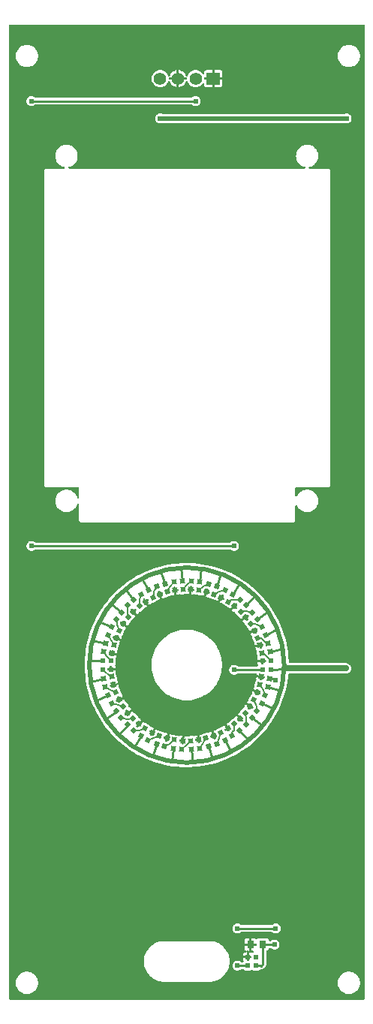
<source format=gtl>
G04 Layer: TopLayer*
G04 EasyEDA v6.5.29, 2023-07-18 11:35:47*
G04 afcbc65135b8487390061542234f1994,5a6b42c53f6a479593ecc07194224c93,10*
G04 Gerber Generator version 0.2*
G04 Scale: 100 percent, Rotated: No, Reflected: No *
G04 Dimensions in millimeters *
G04 leading zeros omitted , absolute positions ,4 integer and 5 decimal *
%FSLAX45Y45*%
%MOMM*%

%AMMACRO1*21,1,$1,$2,0,0,$3*%
%ADD10C,0.2540*%
%ADD11C,0.1500*%
%ADD12C,0.5000*%
%ADD13C,0.6350*%
%ADD14R,0.5500X0.5500*%
%ADD15MACRO1,0.55X0.55X-167.9999*%
%ADD16MACRO1,0.55X0.55X-156.0002*%
%ADD17MACRO1,0.55X0.55X-156.0012*%
%ADD18MACRO1,0.55X0.55X-143.9991*%
%ADD19MACRO1,0.55X0.55X-143.9997*%
%ADD20MACRO1,0.55X0.55X-131.9994*%
%ADD21MACRO1,0.55X0.55X-132.0012*%
%ADD22MACRO1,0.55X0.55X-131.9992*%
%ADD23MACRO1,0.55X0.55X-119.9976*%
%ADD24MACRO1,0.55X0.55X-119.9989*%
%ADD25MACRO1,0.55X0.55X-120.0002*%
%ADD26MACRO1,0.55X0.55X-107.9990*%
%ADD27MACRO1,0.55X0.55X-107.9973*%
%ADD28MACRO1,0.55X0.55X-107.9998*%
%ADD29MACRO1,0.55X0.55X-95.9989*%
%ADD30MACRO1,0.55X0.55X-95.9994*%
%ADD31MACRO1,0.55X0.55X-95.9992*%
%ADD32MACRO1,0.55X0.55X-83.9985*%
%ADD33MACRO1,0.55X0.55X-84.0006*%
%ADD34MACRO1,0.55X0.55X-84.0008*%
%ADD35MACRO1,0.55X0.55X-71.9977*%
%ADD36MACRO1,0.55X0.55X-71.9994*%
%ADD37MACRO1,0.55X0.55X-60.0001*%
%ADD38MACRO1,0.55X0.55X-59.9965*%
%ADD39MACRO1,0.55X0.55X-60.0011*%
%ADD40MACRO1,0.55X0.55X-47.9986*%
%ADD41MACRO1,0.55X0.55X-48.0006*%
%ADD42MACRO1,0.55X0.55X-48.0008*%
%ADD43MACRO1,0.55X0.55X-36.0009*%
%ADD44MACRO1,0.55X0.55X-35.9988*%
%ADD45MACRO1,0.55X0.55X-36.0003*%
%ADD46MACRO1,0.55X0.55X-35.9966*%
%ADD47MACRO1,0.55X0.55X-23.9988*%
%ADD48MACRO1,0.55X0.55X-23.9985*%
%ADD49MACRO1,0.55X0.55X-24.0009*%
%ADD50MACRO1,0.55X0.55X-12.0001*%
%ADD51MACRO1,0.55X0.55X-12.0007*%
%ADD52MACRO1,0.55X0.55X-11.9975*%
%ADD53MACRO1,0.55X0.55X167.9999*%
%ADD54MACRO1,0.55X0.55X167.9993*%
%ADD55MACRO1,0.55X0.55X168.0025*%
%ADD56MACRO1,0.55X0.55X156.0012*%
%ADD57MACRO1,0.55X0.55X156.0015*%
%ADD58MACRO1,0.55X0.55X155.9991*%
%ADD59MACRO1,0.55X0.55X143.9991*%
%ADD60MACRO1,0.55X0.55X144.0012*%
%ADD61MACRO1,0.55X0.55X143.9997*%
%ADD62MACRO1,0.55X0.55X144.0034*%
%ADD63MACRO1,0.55X0.55X132.0014*%
%ADD64MACRO1,0.55X0.55X131.9994*%
%ADD65MACRO1,0.55X0.55X131.9992*%
%ADD66MACRO1,0.55X0.55X119.9999*%
%ADD67MACRO1,0.55X0.55X120.0035*%
%ADD68MACRO1,0.55X0.55X119.9989*%
%ADD69MACRO1,0.55X0.55X108.0023*%
%ADD70MACRO1,0.55X0.55X108.0006*%
%ADD71MACRO1,0.55X0.55X96.0015*%
%ADD72MACRO1,0.55X0.55X95.9994*%
%ADD73MACRO1,0.55X0.55X95.9992*%
%ADD74MACRO1,0.55X0.55X84.0011*%
%ADD75MACRO1,0.55X0.55X84.0006*%
%ADD76MACRO1,0.55X0.55X84.0008*%
%ADD77MACRO1,0.55X0.55X72.0010*%
%ADD78MACRO1,0.55X0.55X72.0027*%
%ADD79MACRO1,0.55X0.55X72.0002*%
%ADD80MACRO1,0.55X0.55X60.0024*%
%ADD81MACRO1,0.55X0.55X60.0011*%
%ADD82MACRO1,0.55X0.55X59.9998*%
%ADD83MACRO1,0.55X0.55X48.0006*%
%ADD84MACRO1,0.55X0.55X47.9988*%
%ADD85MACRO1,0.55X0.55X48.0008*%
%ADD86MACRO1,0.55X0.55X36.0009*%
%ADD87MACRO1,0.55X0.55X36.0003*%
%ADD88MACRO1,0.55X0.55X23.9998*%
%ADD89MACRO1,0.55X0.55X23.9988*%
%ADD90MACRO1,0.55X0.55X12.0001*%
%ADD91R,0.8000X0.9000*%
%ADD92C,1.4000*%
%ADD93MACRO1,1.524X1.4X0.0000*%
%ADD94C,0.6096*%
%ADD95C,0.0144*%

%LPD*%
G36*
X-2930906Y-3622344D02*
G01*
X-2934817Y-3621582D01*
X-2938068Y-3619347D01*
X-2940304Y-3616096D01*
X-2941066Y-3612184D01*
X-2941066Y7364679D01*
X-2940304Y7368590D01*
X-2938068Y7371842D01*
X-2934817Y7374077D01*
X-2930906Y7374839D01*
X1060958Y7374839D01*
X1064869Y7374077D01*
X1068120Y7371842D01*
X1070356Y7368590D01*
X1071067Y7364679D01*
X1071067Y-3612184D01*
X1070356Y-3616096D01*
X1068120Y-3619347D01*
X1064869Y-3621582D01*
X1060958Y-3622344D01*
G37*

%LPC*%
G36*
X-2738374Y6893864D02*
G01*
X-2723184Y6894779D01*
X-2708249Y6897522D01*
X-2693720Y6902043D01*
X-2679852Y6908292D01*
X-2666847Y6916166D01*
X-2654909Y6925513D01*
X-2644140Y6936282D01*
X-2634792Y6948220D01*
X-2626918Y6961225D01*
X-2620670Y6975094D01*
X-2616149Y6989622D01*
X-2613406Y7004558D01*
X-2612491Y7019747D01*
X-2613406Y7034936D01*
X-2616149Y7049871D01*
X-2620670Y7064400D01*
X-2626918Y7078268D01*
X-2634792Y7091273D01*
X-2644140Y7103211D01*
X-2654909Y7113981D01*
X-2666847Y7123328D01*
X-2679852Y7131202D01*
X-2693720Y7137450D01*
X-2708249Y7141972D01*
X-2723184Y7144715D01*
X-2738374Y7145629D01*
X-2753563Y7144715D01*
X-2768498Y7141972D01*
X-2783027Y7137450D01*
X-2796895Y7131202D01*
X-2809900Y7123328D01*
X-2821838Y7113981D01*
X-2832608Y7103211D01*
X-2841955Y7091273D01*
X-2849829Y7078268D01*
X-2856077Y7064400D01*
X-2860598Y7049871D01*
X-2863342Y7034936D01*
X-2864256Y7019747D01*
X-2863342Y7004558D01*
X-2860598Y6989622D01*
X-2856077Y6975094D01*
X-2849829Y6961225D01*
X-2841955Y6948220D01*
X-2832608Y6936282D01*
X-2821838Y6925513D01*
X-2809900Y6916166D01*
X-2796895Y6908292D01*
X-2783027Y6902043D01*
X-2768498Y6897522D01*
X-2753563Y6894779D01*
G37*
G36*
X893826Y-3558235D02*
G01*
X909015Y-3557320D01*
X923950Y-3554577D01*
X938479Y-3550056D01*
X952347Y-3543808D01*
X965352Y-3535934D01*
X977290Y-3526586D01*
X988060Y-3515817D01*
X997407Y-3503879D01*
X1005281Y-3490874D01*
X1011529Y-3477006D01*
X1016050Y-3462477D01*
X1018794Y-3447542D01*
X1019708Y-3432352D01*
X1018794Y-3417163D01*
X1016050Y-3402228D01*
X1011529Y-3387699D01*
X1005281Y-3373831D01*
X997407Y-3360826D01*
X988060Y-3348888D01*
X977290Y-3338118D01*
X965352Y-3328771D01*
X952347Y-3320897D01*
X938479Y-3314649D01*
X923950Y-3310128D01*
X909015Y-3307384D01*
X893826Y-3306470D01*
X878636Y-3307384D01*
X863701Y-3310128D01*
X849172Y-3314649D01*
X835304Y-3320897D01*
X822299Y-3328771D01*
X810361Y-3338118D01*
X799592Y-3348888D01*
X790194Y-3360826D01*
X782370Y-3373831D01*
X776122Y-3387699D01*
X771601Y-3402228D01*
X768858Y-3417163D01*
X767943Y-3432352D01*
X768858Y-3447542D01*
X771601Y-3462477D01*
X776122Y-3477006D01*
X782370Y-3490874D01*
X790194Y-3503879D01*
X799592Y-3515817D01*
X810361Y-3526586D01*
X822299Y-3535934D01*
X835304Y-3543808D01*
X849172Y-3550056D01*
X863701Y-3554577D01*
X878636Y-3557320D01*
G37*
G36*
X-1188770Y-3420160D02*
G01*
X-681177Y-3420160D01*
X-660450Y-3419246D01*
X-640130Y-3416452D01*
X-620064Y-3411880D01*
X-600456Y-3405530D01*
X-581558Y-3397453D01*
X-563473Y-3387699D01*
X-546354Y-3376422D01*
X-530250Y-3363569D01*
X-515366Y-3349396D01*
X-501904Y-3333902D01*
X-489762Y-3317240D01*
X-479247Y-3299612D01*
X-470306Y-3281070D01*
X-463092Y-3261867D01*
X-457606Y-3242056D01*
X-453948Y-3221786D01*
X-452120Y-3201314D01*
X-452120Y-3180791D01*
X-453948Y-3160318D01*
X-457606Y-3140049D01*
X-463092Y-3120237D01*
X-470306Y-3101035D01*
X-479247Y-3082493D01*
X-489762Y-3064865D01*
X-501904Y-3048254D01*
X-515366Y-3032709D01*
X-530250Y-3018536D01*
X-546354Y-3005734D01*
X-563473Y-2994406D01*
X-581558Y-2984652D01*
X-600456Y-2976575D01*
X-620064Y-2970225D01*
X-640130Y-2965704D01*
X-660450Y-2962859D01*
X-681177Y-2961944D01*
X-1188770Y-2961944D01*
X-1209497Y-2962859D01*
X-1229868Y-2965704D01*
X-1249934Y-2970225D01*
X-1269492Y-2976575D01*
X-1288389Y-2984652D01*
X-1306474Y-2994406D01*
X-1323644Y-3005734D01*
X-1339697Y-3018536D01*
X-1354632Y-3032709D01*
X-1368094Y-3048254D01*
X-1380185Y-3064865D01*
X-1390700Y-3082493D01*
X-1399641Y-3101035D01*
X-1406906Y-3120237D01*
X-1412341Y-3140049D01*
X-1415999Y-3160318D01*
X-1417828Y-3180791D01*
X-1417828Y-3201314D01*
X-1415999Y-3221786D01*
X-1412341Y-3242056D01*
X-1406906Y-3261867D01*
X-1399641Y-3281070D01*
X-1390700Y-3299612D01*
X-1380185Y-3317240D01*
X-1368094Y-3333902D01*
X-1354632Y-3349396D01*
X-1339697Y-3363569D01*
X-1323644Y-3376422D01*
X-1306474Y-3387699D01*
X-1288389Y-3397453D01*
X-1269492Y-3405530D01*
X-1249934Y-3411880D01*
X-1229868Y-3416452D01*
X-1209497Y-3419246D01*
G37*
G36*
X-363474Y-3294887D02*
G01*
X-353669Y-3294024D01*
X-344220Y-3291484D01*
X-335330Y-3287369D01*
X-327253Y-3281730D01*
X-325678Y-3280105D01*
X-322376Y-3277920D01*
X-318465Y-3277158D01*
X-302310Y-3277158D01*
X-298958Y-3277717D01*
X-296011Y-3279394D01*
X-293573Y-3282187D01*
X-289458Y-3286251D01*
X-284581Y-3289350D01*
X-279095Y-3291230D01*
X-272796Y-3291992D01*
X-218897Y-3291992D01*
X-212648Y-3291230D01*
X-207111Y-3289350D01*
X-203809Y-3287217D01*
X-200253Y-3285845D01*
X-196443Y-3285845D01*
X-192938Y-3287217D01*
X-189636Y-3289350D01*
X-184099Y-3291281D01*
X-177800Y-3291992D01*
X-123901Y-3291992D01*
X-117602Y-3291281D01*
X-112166Y-3289350D01*
X-107238Y-3286251D01*
X-104343Y-3283407D01*
X-101498Y-3281375D01*
X-98094Y-3280460D01*
X-89204Y-3279648D01*
X-82042Y-3277463D01*
X-75336Y-3273907D01*
X-69138Y-3268776D01*
X-50647Y-3250285D01*
X-45516Y-3244088D01*
X-41960Y-3237382D01*
X-39827Y-3230168D01*
X-38963Y-3222142D01*
X-38963Y-3080461D01*
X-38100Y-3076397D01*
X-35712Y-3072993D01*
X-32156Y-3070860D01*
X-26365Y-3068828D01*
X-21488Y-3065830D01*
X-17373Y-3061665D01*
X-14325Y-3056788D01*
X-12395Y-3051302D01*
X-12039Y-3048254D01*
X-10972Y-3044647D01*
X-8686Y-3041751D01*
X-5588Y-3039821D01*
X-1930Y-3039160D01*
X10617Y-3039160D01*
X14478Y-3039922D01*
X17830Y-3042158D01*
X19354Y-3043732D01*
X27432Y-3049371D01*
X36372Y-3053486D01*
X45770Y-3056026D01*
X55626Y-3056890D01*
X65430Y-3056026D01*
X74879Y-3053486D01*
X83769Y-3049371D01*
X91846Y-3043732D01*
X98806Y-3036773D01*
X104394Y-3028746D01*
X108559Y-3019806D01*
X111099Y-3010357D01*
X111963Y-3000552D01*
X111099Y-2990748D01*
X108559Y-2981299D01*
X104394Y-2972358D01*
X98806Y-2964332D01*
X91846Y-2957372D01*
X83769Y-2951734D01*
X74879Y-2947619D01*
X65430Y-2945079D01*
X55626Y-2944215D01*
X45770Y-2945079D01*
X36372Y-2947619D01*
X27432Y-2951734D01*
X19354Y-2957372D01*
X17830Y-2958947D01*
X14478Y-2961182D01*
X10617Y-2961944D01*
X-1930Y-2961944D01*
X-5588Y-2961284D01*
X-8686Y-2959354D01*
X-10972Y-2956458D01*
X-12039Y-2952902D01*
X-12395Y-2949803D01*
X-14325Y-2944317D01*
X-17373Y-2939440D01*
X-21488Y-2935325D01*
X-26365Y-2932277D01*
X-31902Y-2930347D01*
X-38150Y-2929636D01*
X-116992Y-2929636D01*
X-123342Y-2930347D01*
X-128778Y-2932277D01*
X-133705Y-2935325D01*
X-137769Y-2939440D01*
X-138988Y-2941320D01*
X-141782Y-2944266D01*
X-145542Y-2945892D01*
X-149606Y-2945892D01*
X-153365Y-2944266D01*
X-156159Y-2941320D01*
X-157429Y-2939440D01*
X-161442Y-2935325D01*
X-166370Y-2932277D01*
X-171805Y-2930347D01*
X-178155Y-2929636D01*
X-204927Y-2929636D01*
X-204927Y-2987852D01*
X-153670Y-2987852D01*
X-149758Y-2988665D01*
X-146456Y-2990850D01*
X-144272Y-2994101D01*
X-143510Y-2998012D01*
X-143510Y-3003092D01*
X-144272Y-3007004D01*
X-146456Y-3010255D01*
X-149758Y-3012490D01*
X-153670Y-3013252D01*
X-204927Y-3013252D01*
X-204927Y-3071469D01*
X-188417Y-3071469D01*
X-184454Y-3072282D01*
X-181102Y-3074619D01*
X-178968Y-3077972D01*
X-178257Y-3081934D01*
X-179222Y-3085896D01*
X-181610Y-3089148D01*
X-185064Y-3091230D01*
X-189636Y-3092805D01*
X-192938Y-3094888D01*
X-196443Y-3096310D01*
X-200253Y-3096310D01*
X-203809Y-3094888D01*
X-207111Y-3092805D01*
X-211785Y-3091129D01*
X-215036Y-3091789D01*
X-220116Y-3091789D01*
X-223977Y-3091027D01*
X-227279Y-3088792D01*
X-229514Y-3085490D01*
X-230327Y-3081629D01*
X-230327Y-3013252D01*
X-283514Y-3013252D01*
X-283514Y-3045002D01*
X-282752Y-3051302D01*
X-280873Y-3056788D01*
X-277774Y-3061665D01*
X-273659Y-3065830D01*
X-268782Y-3068828D01*
X-264261Y-3070402D01*
X-260807Y-3072485D01*
X-258419Y-3075736D01*
X-257759Y-3076092D01*
X-255625Y-3072841D01*
X-252272Y-3070606D01*
X-248412Y-3069844D01*
X-243382Y-3069844D01*
X-239420Y-3070606D01*
X-236118Y-3072841D01*
X-233934Y-3076092D01*
X-233171Y-3080004D01*
X-233171Y-3130854D01*
X-214426Y-3130854D01*
X-210515Y-3131667D01*
X-207314Y-3133852D01*
X-205028Y-3137154D01*
X-204266Y-3141065D01*
X-204266Y-3146094D01*
X-205028Y-3150006D01*
X-207314Y-3153308D01*
X-210515Y-3155492D01*
X-214426Y-3156254D01*
X-233171Y-3156254D01*
X-233171Y-3175000D01*
X-233934Y-3178860D01*
X-236118Y-3182162D01*
X-239420Y-3184398D01*
X-243382Y-3185160D01*
X-248412Y-3185160D01*
X-252272Y-3184398D01*
X-255625Y-3182162D01*
X-257759Y-3178860D01*
X-258571Y-3175000D01*
X-258571Y-3156254D01*
X-299262Y-3156254D01*
X-299262Y-3170478D01*
X-298602Y-3176828D01*
X-296672Y-3182264D01*
X-295300Y-3184347D01*
X-293878Y-3188411D01*
X-294182Y-3192678D01*
X-296265Y-3196437D01*
X-299720Y-3199028D01*
X-303936Y-3199942D01*
X-318465Y-3199942D01*
X-322376Y-3199180D01*
X-325678Y-3196945D01*
X-327253Y-3195370D01*
X-335330Y-3189732D01*
X-344220Y-3185617D01*
X-353669Y-3183077D01*
X-363474Y-3182213D01*
X-373329Y-3183077D01*
X-382727Y-3185617D01*
X-391668Y-3189732D01*
X-399745Y-3195370D01*
X-406654Y-3202330D01*
X-412292Y-3210407D01*
X-416407Y-3219297D01*
X-418947Y-3228746D01*
X-419811Y-3238550D01*
X-418947Y-3248355D01*
X-416407Y-3257803D01*
X-412292Y-3266744D01*
X-406654Y-3274771D01*
X-399745Y-3281730D01*
X-391668Y-3287369D01*
X-382727Y-3291484D01*
X-373329Y-3294024D01*
G37*
G36*
X893826Y6893864D02*
G01*
X909015Y6894779D01*
X923950Y6897522D01*
X938479Y6902043D01*
X952347Y6908292D01*
X965352Y6916166D01*
X977290Y6925513D01*
X988060Y6936282D01*
X997407Y6948220D01*
X1005281Y6961225D01*
X1011529Y6975094D01*
X1016050Y6989622D01*
X1018794Y7004558D01*
X1019708Y7019747D01*
X1018794Y7034936D01*
X1016050Y7049871D01*
X1011529Y7064400D01*
X1005281Y7078268D01*
X997407Y7091273D01*
X988060Y7103211D01*
X977290Y7113981D01*
X965352Y7123328D01*
X952347Y7131202D01*
X938479Y7137450D01*
X923950Y7141972D01*
X909015Y7144715D01*
X893826Y7145629D01*
X878636Y7144715D01*
X863701Y7141972D01*
X849172Y7137450D01*
X835304Y7131202D01*
X822299Y7123328D01*
X810361Y7113981D01*
X799592Y7103211D01*
X790194Y7091273D01*
X782370Y7078268D01*
X776122Y7064400D01*
X771601Y7049871D01*
X768858Y7034936D01*
X767943Y7019747D01*
X768858Y7004558D01*
X771601Y6989622D01*
X776122Y6975094D01*
X782370Y6961225D01*
X790194Y6948220D01*
X799592Y6936282D01*
X810361Y6925513D01*
X822299Y6916166D01*
X835304Y6908292D01*
X849172Y6902043D01*
X863701Y6897522D01*
X878636Y6894779D01*
G37*
G36*
X-622300Y6778447D02*
G01*
X-532841Y6778447D01*
X-532841Y6835190D01*
X-533654Y6841490D01*
X-535482Y6846976D01*
X-538581Y6851853D01*
X-542645Y6855968D01*
X-547573Y6859016D01*
X-553059Y6860946D01*
X-559409Y6861657D01*
X-622300Y6861657D01*
G37*
G36*
X-1241501Y6670090D02*
G01*
X-1228445Y6670090D01*
X-1215491Y6671868D01*
X-1202842Y6675374D01*
X-1190853Y6680606D01*
X-1179677Y6687413D01*
X-1169568Y6695694D01*
X-1160576Y6705244D01*
X-1153058Y6715912D01*
X-1147013Y6727545D01*
X-1144524Y6734505D01*
X-1142390Y6738061D01*
X-1139037Y6740448D01*
X-1134973Y6741261D01*
X-1130909Y6740448D01*
X-1127607Y6738061D01*
X-1125423Y6734505D01*
X-1122934Y6727545D01*
X-1116888Y6715912D01*
X-1109370Y6705244D01*
X-1100429Y6695694D01*
X-1090269Y6687413D01*
X-1079093Y6680606D01*
X-1067104Y6675374D01*
X-1054506Y6671868D01*
X-1047648Y6670954D01*
X-1047648Y6753047D01*
X-1129080Y6753047D01*
X-1132992Y6753809D01*
X-1136243Y6756044D01*
X-1138478Y6759295D01*
X-1139291Y6763207D01*
X-1139291Y6768287D01*
X-1138478Y6772198D01*
X-1136243Y6775450D01*
X-1132992Y6777685D01*
X-1129080Y6778447D01*
X-1047648Y6778447D01*
X-1047648Y6860540D01*
X-1054506Y6859625D01*
X-1067104Y6856069D01*
X-1079093Y6850888D01*
X-1090269Y6844080D01*
X-1100429Y6835800D01*
X-1109370Y6826250D01*
X-1116888Y6815581D01*
X-1122934Y6803948D01*
X-1125423Y6796989D01*
X-1127607Y6793433D01*
X-1130909Y6791045D01*
X-1134973Y6790232D01*
X-1139037Y6791045D01*
X-1142390Y6793433D01*
X-1144524Y6796989D01*
X-1147013Y6803948D01*
X-1153058Y6815581D01*
X-1160576Y6826250D01*
X-1169568Y6835800D01*
X-1179677Y6844080D01*
X-1190853Y6850888D01*
X-1202842Y6856069D01*
X-1215491Y6859625D01*
X-1228445Y6861403D01*
X-1241501Y6861403D01*
X-1254506Y6859625D01*
X-1267104Y6856069D01*
X-1279093Y6850888D01*
X-1290269Y6844080D01*
X-1300429Y6835800D01*
X-1309370Y6826250D01*
X-1316888Y6815581D01*
X-1322984Y6803948D01*
X-1327302Y6791604D01*
X-1329944Y6778802D01*
X-1330858Y6765747D01*
X-1329944Y6752691D01*
X-1327302Y6739890D01*
X-1322984Y6727545D01*
X-1316888Y6715912D01*
X-1309370Y6705244D01*
X-1300429Y6695694D01*
X-1290269Y6687413D01*
X-1279093Y6680606D01*
X-1267104Y6675374D01*
X-1254506Y6671868D01*
G37*
G36*
X-710590Y6669836D02*
G01*
X-647700Y6669836D01*
X-647700Y6753047D01*
X-729081Y6753047D01*
X-732993Y6753809D01*
X-736295Y6756044D01*
X-738479Y6759295D01*
X-739241Y6763207D01*
X-739241Y6768287D01*
X-738479Y6772198D01*
X-736295Y6775450D01*
X-732993Y6777685D01*
X-729081Y6778447D01*
X-647700Y6778447D01*
X-647700Y6861657D01*
X-710590Y6861657D01*
X-716940Y6860946D01*
X-722376Y6859016D01*
X-727303Y6855968D01*
X-731418Y6851853D01*
X-734466Y6846976D01*
X-736346Y6841490D01*
X-737057Y6835190D01*
X-737057Y6824980D01*
X-737971Y6820814D01*
X-740460Y6817359D01*
X-744169Y6815277D01*
X-748436Y6814870D01*
X-752398Y6816242D01*
X-755548Y6819087D01*
X-760577Y6826250D01*
X-769518Y6835800D01*
X-779729Y6844080D01*
X-790854Y6850888D01*
X-802843Y6856069D01*
X-815441Y6859625D01*
X-828446Y6861403D01*
X-841502Y6861403D01*
X-854557Y6859625D01*
X-867156Y6856069D01*
X-879094Y6850888D01*
X-890269Y6844080D01*
X-900480Y6835800D01*
X-909370Y6826250D01*
X-916889Y6815581D01*
X-922934Y6803948D01*
X-925423Y6796989D01*
X-927557Y6793433D01*
X-930910Y6791045D01*
X-934974Y6790232D01*
X-939037Y6791045D01*
X-942441Y6793433D01*
X-944524Y6796989D01*
X-947013Y6803948D01*
X-953109Y6815581D01*
X-960577Y6826250D01*
X-969518Y6835800D01*
X-979678Y6844080D01*
X-990853Y6850888D01*
X-1002842Y6856069D01*
X-1015441Y6859625D01*
X-1022248Y6860540D01*
X-1022248Y6778447D01*
X-940866Y6778447D01*
X-937006Y6777685D01*
X-933703Y6775450D01*
X-931468Y6772198D01*
X-930757Y6768287D01*
X-930757Y6763207D01*
X-931468Y6759295D01*
X-933703Y6756044D01*
X-937006Y6753809D01*
X-940866Y6753047D01*
X-1022248Y6753047D01*
X-1022248Y6670954D01*
X-1015441Y6671868D01*
X-1002842Y6675374D01*
X-990853Y6680606D01*
X-979678Y6687413D01*
X-969518Y6695694D01*
X-960577Y6705244D01*
X-953109Y6715912D01*
X-947013Y6727545D01*
X-944524Y6734505D01*
X-942441Y6738061D01*
X-939037Y6740448D01*
X-934974Y6741261D01*
X-930910Y6740448D01*
X-927557Y6738061D01*
X-925423Y6734505D01*
X-922934Y6727545D01*
X-916889Y6715912D01*
X-909370Y6705244D01*
X-900480Y6695694D01*
X-890269Y6687413D01*
X-879094Y6680606D01*
X-867156Y6675374D01*
X-854557Y6671868D01*
X-841502Y6670090D01*
X-828446Y6670090D01*
X-815441Y6671868D01*
X-802843Y6675374D01*
X-790854Y6680606D01*
X-779729Y6687413D01*
X-769518Y6695694D01*
X-760577Y6705244D01*
X-755548Y6712407D01*
X-752398Y6715252D01*
X-748436Y6716623D01*
X-744169Y6716217D01*
X-740460Y6714134D01*
X-737971Y6710680D01*
X-737057Y6706514D01*
X-737057Y6696303D01*
X-736346Y6690004D01*
X-734466Y6684518D01*
X-731418Y6679641D01*
X-727303Y6675526D01*
X-722376Y6672478D01*
X-716940Y6670548D01*
G37*
G36*
X-299262Y-3130854D02*
G01*
X-258571Y-3130854D01*
X-258571Y-3084271D01*
X-260350Y-3087065D01*
X-263652Y-3089351D01*
X-267614Y-3090164D01*
X-272796Y-3090164D01*
X-279095Y-3090875D01*
X-284581Y-3092805D01*
X-289458Y-3095853D01*
X-293573Y-3100019D01*
X-296672Y-3104896D01*
X-298602Y-3110331D01*
X-299262Y-3116630D01*
G37*
G36*
X-622300Y6669836D02*
G01*
X-559409Y6669836D01*
X-553059Y6670548D01*
X-547573Y6672478D01*
X-542645Y6675526D01*
X-538581Y6679641D01*
X-535482Y6684518D01*
X-533654Y6690004D01*
X-532841Y6696303D01*
X-532841Y6753047D01*
X-622300Y6753047D01*
G37*
G36*
X-2687574Y6455410D02*
G01*
X-2677769Y6456273D01*
X-2668320Y6458813D01*
X-2659380Y6462928D01*
X-2651353Y6468567D01*
X-2649778Y6470142D01*
X-2646476Y6472377D01*
X-2642565Y6473139D01*
X-879957Y6473139D01*
X-876096Y6472377D01*
X-872794Y6470142D01*
X-871219Y6468567D01*
X-863142Y6462928D01*
X-854252Y6458813D01*
X-844803Y6456273D01*
X-834948Y6455410D01*
X-825195Y6456273D01*
X-815695Y6458813D01*
X-806805Y6462928D01*
X-798779Y6468567D01*
X-791819Y6475526D01*
X-786180Y6483553D01*
X-782015Y6492494D01*
X-779475Y6501942D01*
X-778611Y6511747D01*
X-779475Y6521551D01*
X-782015Y6531000D01*
X-786180Y6539941D01*
X-791819Y6547967D01*
X-798779Y6554927D01*
X-806805Y6560566D01*
X-815695Y6564680D01*
X-825195Y6567220D01*
X-834948Y6568084D01*
X-844803Y6567220D01*
X-854252Y6564680D01*
X-863142Y6560566D01*
X-871219Y6554927D01*
X-872794Y6553352D01*
X-876096Y6551117D01*
X-879957Y6550355D01*
X-2642565Y6550355D01*
X-2646476Y6551117D01*
X-2649778Y6553352D01*
X-2651353Y6554927D01*
X-2659380Y6560566D01*
X-2668320Y6564680D01*
X-2677769Y6567220D01*
X-2687574Y6568084D01*
X-2697378Y6567220D01*
X-2706827Y6564680D01*
X-2715768Y6560566D01*
X-2723794Y6554927D01*
X-2730754Y6547967D01*
X-2736392Y6539941D01*
X-2740507Y6531000D01*
X-2743047Y6521551D01*
X-2743911Y6511747D01*
X-2743047Y6501942D01*
X-2740507Y6492494D01*
X-2736392Y6483553D01*
X-2730754Y6475526D01*
X-2723794Y6468567D01*
X-2715768Y6462928D01*
X-2706827Y6458813D01*
X-2697378Y6456273D01*
G37*
G36*
X-1234998Y6260084D02*
G01*
X-1225143Y6260947D01*
X-1215694Y6263487D01*
X-1213307Y6264554D01*
X-1209040Y6265519D01*
X842467Y6265519D01*
X846785Y6264554D01*
X849172Y6263487D01*
X858570Y6260947D01*
X868426Y6260084D01*
X878230Y6260947D01*
X887679Y6263487D01*
X896569Y6267602D01*
X904646Y6273241D01*
X911606Y6280200D01*
X917194Y6288227D01*
X921359Y6297168D01*
X923899Y6306616D01*
X924763Y6316421D01*
X923899Y6326225D01*
X921359Y6335674D01*
X917194Y6344615D01*
X911606Y6352641D01*
X904646Y6359601D01*
X896569Y6365240D01*
X887679Y6369304D01*
X878230Y6371894D01*
X868426Y6372707D01*
X858570Y6371894D01*
X849172Y6369304D01*
X846785Y6368288D01*
X842467Y6367322D01*
X-1209040Y6367322D01*
X-1213358Y6368288D01*
X-1215694Y6369304D01*
X-1225143Y6371894D01*
X-1234998Y6372707D01*
X-1244752Y6371894D01*
X-1254201Y6369304D01*
X-1263142Y6365240D01*
X-1271168Y6359601D01*
X-1278128Y6352641D01*
X-1283766Y6344615D01*
X-1287881Y6335674D01*
X-1290421Y6326225D01*
X-1291285Y6316421D01*
X-1290421Y6306616D01*
X-1287881Y6297168D01*
X-1283766Y6288227D01*
X-1278128Y6280200D01*
X-1271168Y6273241D01*
X-1263142Y6267602D01*
X-1254201Y6263487D01*
X-1244752Y6260947D01*
G37*
G36*
X-2123287Y1761439D02*
G01*
X263144Y1761439D01*
X269494Y1762150D01*
X274929Y1764080D01*
X279857Y1767128D01*
X283921Y1771243D01*
X286969Y1776120D01*
X288899Y1781606D01*
X289661Y1787906D01*
X289661Y1948129D01*
X290372Y1951989D01*
X292557Y1955241D01*
X295808Y1957476D01*
X299618Y1958289D01*
X303479Y1957578D01*
X306781Y1955495D01*
X309067Y1952294D01*
X312470Y1944725D01*
X320294Y1931720D01*
X329692Y1919782D01*
X340461Y1909013D01*
X352399Y1899666D01*
X365404Y1891792D01*
X379272Y1885543D01*
X393801Y1881022D01*
X408736Y1878279D01*
X423926Y1877364D01*
X439115Y1878279D01*
X454050Y1881022D01*
X468579Y1885543D01*
X482447Y1891792D01*
X495452Y1899666D01*
X507390Y1909013D01*
X518159Y1919782D01*
X527507Y1931720D01*
X535381Y1944725D01*
X541629Y1958593D01*
X546150Y1973122D01*
X548894Y1988057D01*
X549808Y2003247D01*
X548894Y2018436D01*
X546150Y2033371D01*
X541629Y2047900D01*
X535381Y2061768D01*
X527507Y2074773D01*
X518159Y2086711D01*
X507390Y2097481D01*
X495452Y2106828D01*
X482447Y2114702D01*
X468579Y2120950D01*
X454050Y2125472D01*
X439115Y2128215D01*
X423926Y2129129D01*
X408736Y2128215D01*
X393801Y2125472D01*
X379272Y2120950D01*
X365404Y2114702D01*
X352399Y2106828D01*
X340461Y2097481D01*
X329692Y2086711D01*
X320294Y2074773D01*
X312470Y2061768D01*
X309067Y2054199D01*
X306781Y2050999D01*
X303479Y2048865D01*
X299618Y2048205D01*
X295808Y2049018D01*
X292557Y2051253D01*
X290372Y2054504D01*
X289661Y2058365D01*
X289661Y2144979D01*
X290372Y2148890D01*
X292608Y2152142D01*
X295910Y2154377D01*
X299770Y2155139D01*
X656844Y2155139D01*
X663194Y2155850D01*
X668629Y2157780D01*
X673557Y2160828D01*
X677621Y2164943D01*
X680669Y2169820D01*
X682599Y2175306D01*
X683361Y2181606D01*
X683361Y5723788D01*
X682599Y5730087D01*
X680669Y5735574D01*
X677621Y5740450D01*
X673557Y5744565D01*
X668629Y5747613D01*
X663194Y5749544D01*
X656844Y5750255D01*
X452628Y5750255D01*
X448462Y5751169D01*
X445058Y5753658D01*
X442976Y5757367D01*
X442569Y5761634D01*
X443890Y5765647D01*
X446887Y5768797D01*
X450799Y5770422D01*
X454050Y5770930D01*
X468579Y5775502D01*
X482447Y5781751D01*
X495452Y5789625D01*
X507390Y5799023D01*
X518159Y5809742D01*
X527507Y5821730D01*
X535381Y5834735D01*
X541629Y5848604D01*
X546150Y5863082D01*
X548894Y5878068D01*
X549808Y5893206D01*
X548894Y5908395D01*
X546150Y5923330D01*
X541629Y5937859D01*
X535381Y5951728D01*
X527507Y5964732D01*
X518159Y5976721D01*
X507390Y5987440D01*
X495452Y5996838D01*
X482447Y6004712D01*
X468579Y6010960D01*
X454050Y6015482D01*
X439115Y6018225D01*
X423926Y6019139D01*
X408736Y6018225D01*
X393801Y6015482D01*
X379272Y6010960D01*
X365404Y6004712D01*
X352399Y5996838D01*
X340461Y5987440D01*
X329692Y5976721D01*
X320294Y5964732D01*
X312470Y5951728D01*
X306222Y5937859D01*
X301701Y5923330D01*
X298958Y5908395D01*
X298043Y5893206D01*
X298958Y5878068D01*
X301701Y5863082D01*
X306222Y5848604D01*
X312470Y5834735D01*
X320294Y5821730D01*
X329692Y5809742D01*
X340461Y5799023D01*
X352399Y5789625D01*
X365404Y5781751D01*
X379272Y5775502D01*
X393801Y5770930D01*
X397052Y5770422D01*
X400913Y5768797D01*
X403910Y5765647D01*
X405231Y5761634D01*
X404876Y5757367D01*
X402742Y5753658D01*
X399338Y5751169D01*
X395173Y5750255D01*
X-2262327Y5750255D01*
X-2266543Y5751169D01*
X-2269947Y5753658D01*
X-2272080Y5757367D01*
X-2272436Y5761634D01*
X-2271064Y5765647D01*
X-2268118Y5768797D01*
X-2264257Y5770422D01*
X-2260955Y5770930D01*
X-2246426Y5775502D01*
X-2232558Y5781751D01*
X-2219553Y5789625D01*
X-2207615Y5799023D01*
X-2196846Y5809742D01*
X-2187498Y5821730D01*
X-2179675Y5834735D01*
X-2173376Y5848604D01*
X-2168906Y5863082D01*
X-2166112Y5878068D01*
X-2165197Y5893206D01*
X-2166112Y5908395D01*
X-2168906Y5923330D01*
X-2173376Y5937859D01*
X-2179675Y5951728D01*
X-2187498Y5964732D01*
X-2196846Y5976721D01*
X-2207615Y5987440D01*
X-2219553Y5996838D01*
X-2232558Y6004712D01*
X-2246426Y6010960D01*
X-2260955Y6015482D01*
X-2275941Y6018225D01*
X-2291130Y6019139D01*
X-2306269Y6018225D01*
X-2321204Y6015482D01*
X-2335733Y6010960D01*
X-2349601Y6004712D01*
X-2362606Y5996838D01*
X-2374544Y5987440D01*
X-2385314Y5976721D01*
X-2394661Y5964732D01*
X-2402535Y5951728D01*
X-2408783Y5937859D01*
X-2413304Y5923330D01*
X-2416048Y5908395D01*
X-2416962Y5893206D01*
X-2416048Y5878068D01*
X-2413304Y5863082D01*
X-2408783Y5848604D01*
X-2402535Y5834735D01*
X-2394661Y5821730D01*
X-2385314Y5809742D01*
X-2374544Y5799023D01*
X-2362606Y5789625D01*
X-2349601Y5781751D01*
X-2335733Y5775502D01*
X-2321204Y5770930D01*
X-2317953Y5770422D01*
X-2314041Y5768797D01*
X-2311095Y5765647D01*
X-2309723Y5761634D01*
X-2310130Y5757367D01*
X-2312212Y5753658D01*
X-2315616Y5751169D01*
X-2319832Y5750255D01*
X-2516987Y5750255D01*
X-2523337Y5749544D01*
X-2528773Y5747613D01*
X-2533700Y5744565D01*
X-2537764Y5740450D01*
X-2540863Y5735574D01*
X-2542743Y5730087D01*
X-2543454Y5723788D01*
X-2543454Y2181606D01*
X-2542743Y2175306D01*
X-2540863Y2169820D01*
X-2537764Y2164943D01*
X-2533700Y2160828D01*
X-2528773Y2157780D01*
X-2523337Y2155850D01*
X-2516987Y2155139D01*
X-2159914Y2155139D01*
X-2156053Y2154377D01*
X-2152802Y2152142D01*
X-2150567Y2148890D01*
X-2149754Y2144979D01*
X-2149754Y2038959D01*
X-2150618Y2034946D01*
X-2152954Y2031542D01*
X-2156409Y2029409D01*
X-2160473Y2028799D01*
X-2164486Y2029815D01*
X-2167636Y2032254D01*
X-2169617Y2035911D01*
X-2173376Y2047900D01*
X-2179675Y2061768D01*
X-2187498Y2074773D01*
X-2196846Y2086711D01*
X-2207615Y2097481D01*
X-2219553Y2106828D01*
X-2232558Y2114702D01*
X-2246426Y2120950D01*
X-2260955Y2125472D01*
X-2275941Y2128215D01*
X-2291130Y2129129D01*
X-2306269Y2128215D01*
X-2321204Y2125472D01*
X-2335733Y2120950D01*
X-2349601Y2114702D01*
X-2362606Y2106828D01*
X-2374544Y2097481D01*
X-2385314Y2086711D01*
X-2394661Y2074773D01*
X-2402535Y2061768D01*
X-2408783Y2047900D01*
X-2413304Y2033371D01*
X-2416048Y2018436D01*
X-2416962Y2003247D01*
X-2416048Y1988057D01*
X-2413304Y1973122D01*
X-2408783Y1958593D01*
X-2402535Y1944725D01*
X-2394661Y1931720D01*
X-2385314Y1919782D01*
X-2374544Y1909013D01*
X-2362606Y1899666D01*
X-2349601Y1891792D01*
X-2335733Y1885543D01*
X-2321204Y1881022D01*
X-2306269Y1878279D01*
X-2291130Y1877364D01*
X-2275941Y1878279D01*
X-2260955Y1881022D01*
X-2246426Y1885543D01*
X-2232558Y1891792D01*
X-2219553Y1899666D01*
X-2207615Y1909013D01*
X-2196846Y1919782D01*
X-2187498Y1931720D01*
X-2179675Y1944725D01*
X-2173376Y1958593D01*
X-2169617Y1970582D01*
X-2167636Y1974189D01*
X-2164486Y1976678D01*
X-2160473Y1977694D01*
X-2156409Y1977034D01*
X-2152954Y1974951D01*
X-2150618Y1971548D01*
X-2149754Y1967534D01*
X-2149754Y1787906D01*
X-2149043Y1781606D01*
X-2147163Y1776120D01*
X-2144064Y1771243D01*
X-2140000Y1767128D01*
X-2135073Y1764080D01*
X-2129637Y1762150D01*
G37*
G36*
X-283514Y-2987852D02*
G01*
X-230327Y-2987852D01*
X-230327Y-2929636D01*
X-256997Y-2929636D01*
X-263296Y-2930347D01*
X-268782Y-2932277D01*
X-273659Y-2935325D01*
X-277774Y-2939440D01*
X-280873Y-2944317D01*
X-282752Y-2949803D01*
X-283514Y-2956102D01*
G37*
G36*
X-2687574Y1438910D02*
G01*
X-2677769Y1439722D01*
X-2668320Y1442313D01*
X-2659380Y1446428D01*
X-2651353Y1452067D01*
X-2649778Y1453642D01*
X-2646476Y1455877D01*
X-2642565Y1456639D01*
X-446582Y1456639D01*
X-442722Y1455877D01*
X-439369Y1453642D01*
X-437845Y1452067D01*
X-429768Y1446428D01*
X-420827Y1442313D01*
X-411429Y1439722D01*
X-401574Y1438910D01*
X-391769Y1439722D01*
X-382320Y1442313D01*
X-373430Y1446428D01*
X-365353Y1452067D01*
X-358394Y1459026D01*
X-352806Y1467053D01*
X-348640Y1475994D01*
X-346100Y1485442D01*
X-345236Y1495247D01*
X-346100Y1505051D01*
X-348640Y1514500D01*
X-352806Y1523441D01*
X-358394Y1531467D01*
X-365353Y1538427D01*
X-373430Y1544066D01*
X-382320Y1548180D01*
X-391769Y1550720D01*
X-401574Y1551584D01*
X-411429Y1550720D01*
X-420827Y1548180D01*
X-429768Y1544066D01*
X-437845Y1538427D01*
X-439369Y1536852D01*
X-442722Y1534617D01*
X-446582Y1533855D01*
X-2642565Y1533855D01*
X-2646476Y1534617D01*
X-2649778Y1536852D01*
X-2651353Y1538427D01*
X-2659380Y1544066D01*
X-2668320Y1548180D01*
X-2677769Y1550720D01*
X-2687574Y1551584D01*
X-2697378Y1550720D01*
X-2706827Y1548180D01*
X-2715768Y1544066D01*
X-2723794Y1538427D01*
X-2730754Y1531467D01*
X-2736392Y1523441D01*
X-2740507Y1514500D01*
X-2743047Y1505051D01*
X-2743911Y1495247D01*
X-2743047Y1485442D01*
X-2740507Y1475994D01*
X-2736392Y1467053D01*
X-2730754Y1459026D01*
X-2723794Y1452067D01*
X-2715768Y1446428D01*
X-2706827Y1442313D01*
X-2697378Y1439722D01*
G37*
G36*
X-2738374Y-3558235D02*
G01*
X-2723184Y-3557320D01*
X-2708249Y-3554577D01*
X-2693720Y-3550056D01*
X-2679852Y-3543808D01*
X-2666847Y-3535934D01*
X-2654909Y-3526586D01*
X-2644140Y-3515817D01*
X-2634792Y-3503879D01*
X-2626918Y-3490874D01*
X-2620670Y-3477006D01*
X-2616149Y-3462477D01*
X-2613406Y-3447542D01*
X-2612491Y-3432352D01*
X-2613406Y-3417163D01*
X-2616149Y-3402228D01*
X-2620670Y-3387699D01*
X-2626918Y-3373831D01*
X-2634792Y-3360826D01*
X-2644140Y-3348888D01*
X-2654909Y-3338118D01*
X-2666847Y-3328771D01*
X-2679852Y-3320897D01*
X-2693720Y-3314649D01*
X-2708249Y-3310128D01*
X-2723184Y-3307384D01*
X-2738374Y-3306470D01*
X-2753563Y-3307384D01*
X-2768498Y-3310128D01*
X-2783027Y-3314649D01*
X-2796895Y-3320897D01*
X-2809900Y-3328771D01*
X-2821838Y-3338118D01*
X-2832608Y-3348888D01*
X-2841955Y-3360826D01*
X-2849829Y-3373831D01*
X-2856077Y-3387699D01*
X-2860598Y-3402228D01*
X-2863342Y-3417163D01*
X-2864256Y-3432352D01*
X-2863342Y-3447542D01*
X-2860598Y-3462477D01*
X-2856077Y-3477006D01*
X-2849829Y-3490874D01*
X-2841955Y-3503879D01*
X-2832608Y-3515817D01*
X-2821838Y-3526586D01*
X-2809900Y-3535934D01*
X-2796895Y-3543808D01*
X-2783027Y-3550056D01*
X-2768498Y-3554577D01*
X-2753563Y-3557320D01*
G37*
G36*
X68326Y-2875788D02*
G01*
X78130Y-2874924D01*
X87579Y-2872384D01*
X96469Y-2868269D01*
X104546Y-2862630D01*
X111506Y-2855671D01*
X117094Y-2847644D01*
X121259Y-2838704D01*
X123799Y-2829255D01*
X124663Y-2819450D01*
X123799Y-2809646D01*
X121259Y-2800197D01*
X117094Y-2791307D01*
X111506Y-2783230D01*
X104546Y-2776270D01*
X96469Y-2770632D01*
X87579Y-2766517D01*
X78130Y-2763977D01*
X68326Y-2763113D01*
X58470Y-2763977D01*
X49072Y-2766517D01*
X40132Y-2770632D01*
X32054Y-2776270D01*
X30530Y-2777845D01*
X27178Y-2780080D01*
X23317Y-2780842D01*
X-318414Y-2780842D01*
X-322275Y-2780080D01*
X-325577Y-2777845D01*
X-327253Y-2776220D01*
X-335330Y-2770581D01*
X-344220Y-2766415D01*
X-353669Y-2763875D01*
X-363474Y-2763012D01*
X-373329Y-2763875D01*
X-382727Y-2766415D01*
X-391668Y-2770581D01*
X-399745Y-2776220D01*
X-406654Y-2783128D01*
X-412292Y-2791206D01*
X-416407Y-2800096D01*
X-418947Y-2809595D01*
X-419811Y-2819349D01*
X-418947Y-2829153D01*
X-416407Y-2838704D01*
X-412292Y-2847543D01*
X-406654Y-2855569D01*
X-399745Y-2862529D01*
X-391668Y-2868168D01*
X-382727Y-2872384D01*
X-373329Y-2874873D01*
X-363474Y-2875737D01*
X-353669Y-2874873D01*
X-344220Y-2872384D01*
X-335330Y-2868168D01*
X-327253Y-2862529D01*
X-325729Y-2861056D01*
X-322529Y-2858820D01*
X-318566Y-2858058D01*
X23317Y-2858058D01*
X27178Y-2858820D01*
X30530Y-2861056D01*
X32054Y-2862630D01*
X40132Y-2868269D01*
X49072Y-2872384D01*
X58470Y-2874924D01*
G37*
G36*
X-946962Y-1000302D02*
G01*
X-899058Y-999794D01*
X-851255Y-997305D01*
X-803554Y-992835D01*
X-756107Y-986434D01*
X-708964Y-977950D01*
X-662228Y-967587D01*
X-615950Y-955243D01*
X-570280Y-941019D01*
X-525119Y-924915D01*
X-480822Y-906932D01*
X-437134Y-887120D01*
X-394411Y-865530D01*
X-352602Y-842162D01*
X-311861Y-817067D01*
X-272186Y-790295D01*
X-233629Y-761898D01*
X-196189Y-731977D01*
X-160121Y-700481D01*
X-125425Y-667512D01*
X-92100Y-633120D01*
X-60248Y-597357D01*
X-29870Y-560324D01*
X-1066Y-522071D01*
X26111Y-482650D01*
X51562Y-442112D01*
X75387Y-400558D01*
X97485Y-358038D01*
X117703Y-314655D01*
X136144Y-270459D01*
X152704Y-225552D01*
X167436Y-179984D01*
X180238Y-133807D01*
X191109Y-87172D01*
X199999Y-40132D01*
X206908Y7264D01*
X211175Y47548D01*
X212242Y51054D01*
X214477Y54051D01*
X217627Y55930D01*
X221284Y56641D01*
X863193Y56641D01*
X873099Y57505D01*
X882345Y59842D01*
X891032Y63652D01*
X899007Y68834D01*
X905967Y75285D01*
X911860Y82804D01*
X916381Y91186D01*
X919480Y100177D01*
X921054Y109575D01*
X921054Y119075D01*
X919480Y128473D01*
X916381Y137464D01*
X911860Y145796D01*
X905967Y153365D01*
X899007Y159816D01*
X891032Y164998D01*
X882345Y168757D01*
X873099Y171145D01*
X863193Y171958D01*
X225450Y171958D01*
X221538Y172669D01*
X218338Y174904D01*
X216103Y178054D01*
X215290Y181914D01*
X214934Y198424D01*
X211937Y246227D01*
X206908Y293827D01*
X199999Y341172D01*
X191109Y388264D01*
X180238Y434898D01*
X167436Y481076D01*
X152704Y526643D01*
X136144Y571550D01*
X117703Y615696D01*
X97485Y659130D01*
X75387Y701649D01*
X51562Y743204D01*
X26111Y783742D01*
X-1066Y823163D01*
X-29870Y861415D01*
X-60248Y898448D01*
X-92100Y934212D01*
X-125425Y968603D01*
X-160121Y1001572D01*
X-196189Y1033068D01*
X-233629Y1062990D01*
X-272186Y1091387D01*
X-311861Y1118158D01*
X-352602Y1143254D01*
X-394411Y1166622D01*
X-437134Y1188212D01*
X-480822Y1208024D01*
X-525119Y1226007D01*
X-570280Y1242110D01*
X-615950Y1256334D01*
X-662228Y1268679D01*
X-708964Y1279042D01*
X-756107Y1287475D01*
X-803554Y1293926D01*
X-851255Y1298397D01*
X-899058Y1300886D01*
X-946962Y1301394D01*
X-994816Y1299870D01*
X-1042568Y1296416D01*
X-1090117Y1290929D01*
X-1137462Y1283512D01*
X-1184402Y1274114D01*
X-1230934Y1262735D01*
X-1276959Y1249476D01*
X-1322324Y1234287D01*
X-1367078Y1217269D01*
X-1411071Y1198372D01*
X-1454302Y1177645D01*
X-1496568Y1155141D01*
X-1537868Y1130909D01*
X-1578102Y1105001D01*
X-1617268Y1077417D01*
X-1655216Y1048207D01*
X-1691944Y1017473D01*
X-1727352Y985266D01*
X-1761388Y951534D01*
X-1794002Y916482D01*
X-1825091Y880110D01*
X-1854707Y842365D01*
X-1882698Y803554D01*
X-1909013Y763574D01*
X-1933651Y722528D01*
X-1956612Y680516D01*
X-1977745Y637540D01*
X-1997100Y593750D01*
X-2014626Y549198D01*
X-2030272Y503935D01*
X-2044039Y458063D01*
X-2055875Y411632D01*
X-2065832Y364794D01*
X-2073757Y317550D01*
X-2079650Y270052D01*
X-2083612Y222351D01*
X-2085644Y174498D01*
X-2085644Y126593D01*
X-2083612Y78740D01*
X-2079650Y31038D01*
X-2073757Y-16459D01*
X-2065832Y-63754D01*
X-2055875Y-110540D01*
X-2044039Y-156972D01*
X-2030272Y-202844D01*
X-2014626Y-248107D01*
X-1997100Y-292658D01*
X-1977745Y-336448D01*
X-1956612Y-379425D01*
X-1933651Y-421436D01*
X-1909013Y-462483D01*
X-1882698Y-502462D01*
X-1854707Y-541324D01*
X-1825091Y-579069D01*
X-1794002Y-615391D01*
X-1761388Y-650494D01*
X-1727352Y-684174D01*
X-1691944Y-716381D01*
X-1655216Y-747115D01*
X-1617268Y-776325D01*
X-1578102Y-803910D01*
X-1537868Y-829818D01*
X-1496568Y-854049D01*
X-1454302Y-876553D01*
X-1411071Y-897280D01*
X-1367078Y-916178D01*
X-1322324Y-933196D01*
X-1276959Y-948385D01*
X-1230934Y-961644D01*
X-1184402Y-973023D01*
X-1137462Y-982421D01*
X-1090117Y-989837D01*
X-1042568Y-995324D01*
X-994816Y-998778D01*
G37*

%LPD*%
G36*
X-982624Y-743661D02*
G01*
X-985418Y-743356D01*
X-989279Y-742238D01*
X-992327Y-739648D01*
X-994156Y-736142D01*
X-994460Y-732180D01*
X-992530Y-713587D01*
X-1011123Y-711606D01*
X-1014933Y-710488D01*
X-1017981Y-707898D01*
X-1019810Y-704392D01*
X-1020165Y-700430D01*
X-1019657Y-695401D01*
X-1018489Y-691591D01*
X-1015949Y-688543D01*
X-1012444Y-686714D01*
X-1008481Y-686358D01*
X-989888Y-688289D01*
X-985621Y-647801D01*
X-999744Y-646328D01*
X-1006144Y-646379D01*
X-1011834Y-647700D01*
X-1015339Y-649478D01*
X-1018997Y-650494D01*
X-1022756Y-650087D01*
X-1026109Y-648360D01*
X-1029208Y-645871D01*
X-1034440Y-643382D01*
X-1040688Y-642061D01*
X-1094282Y-636422D01*
X-1101750Y-636473D01*
X-1106068Y-635558D01*
X-1112875Y-632460D01*
X-1126388Y-628040D01*
X-1138936Y-666750D01*
X-1132382Y-668934D01*
X-1129334Y-670509D01*
X-1127048Y-673049D01*
X-1125677Y-676198D01*
X-1125423Y-679704D01*
X-1125931Y-684784D01*
X-1127404Y-689051D01*
X-1130554Y-692251D01*
X-1134719Y-693877D01*
X-1139190Y-693420D01*
X-1146810Y-690930D01*
X-1152601Y-708710D01*
X-1154531Y-712216D01*
X-1157630Y-714654D01*
X-1161440Y-715721D01*
X-1165402Y-715264D01*
X-1170228Y-713689D01*
X-1173683Y-711758D01*
X-1176121Y-708660D01*
X-1177239Y-704799D01*
X-1176731Y-700887D01*
X-1170940Y-683107D01*
X-1188770Y-677265D01*
X-1192225Y-675335D01*
X-1194663Y-672236D01*
X-1195781Y-668477D01*
X-1195273Y-664464D01*
X-1193698Y-659688D01*
X-1191768Y-656234D01*
X-1188669Y-653796D01*
X-1184859Y-652678D01*
X-1180896Y-653135D01*
X-1163116Y-658926D01*
X-1150518Y-620217D01*
X-1164132Y-615797D01*
X-1170279Y-614527D01*
X-1176070Y-614730D01*
X-1179931Y-615696D01*
X-1183741Y-615848D01*
X-1187297Y-614730D01*
X-1190244Y-612292D01*
X-1192784Y-609244D01*
X-1197457Y-605739D01*
X-1203248Y-603097D01*
X-1254404Y-586435D01*
X-1261770Y-584962D01*
X-1265732Y-583184D01*
X-1271778Y-578713D01*
X-1284122Y-571601D01*
X-1304442Y-606907D01*
X-1298498Y-610311D01*
X-1295806Y-612495D01*
X-1294079Y-615492D01*
X-1293368Y-618845D01*
X-1293876Y-622249D01*
X-1295552Y-627176D01*
X-1297787Y-631037D01*
X-1301496Y-633526D01*
X-1305966Y-634187D01*
X-1310284Y-632866D01*
X-1317142Y-628904D01*
X-1325727Y-643636D01*
X-1328318Y-646582D01*
X-1331722Y-648309D01*
X-1333906Y-648970D01*
X-1337970Y-649274D01*
X-1341780Y-648004D01*
X-1344879Y-646226D01*
X-1347825Y-643636D01*
X-1349552Y-640130D01*
X-1349857Y-636117D01*
X-1348536Y-632358D01*
X-1339189Y-616204D01*
X-1355394Y-606806D01*
X-1358341Y-604164D01*
X-1360119Y-600608D01*
X-1360373Y-596646D01*
X-1359154Y-592886D01*
X-1356563Y-588518D01*
X-1353921Y-585520D01*
X-1350365Y-583793D01*
X-1346454Y-583539D01*
X-1342694Y-584809D01*
X-1326489Y-594207D01*
X-1306118Y-558901D01*
X-1318412Y-551789D01*
X-1324254Y-549249D01*
X-1329944Y-548182D01*
X-1333957Y-548335D01*
X-1337665Y-547725D01*
X-1340916Y-545846D01*
X-1343304Y-542899D01*
X-1345184Y-539394D01*
X-1348943Y-534974D01*
X-1354074Y-531215D01*
X-1400708Y-504342D01*
X-1407566Y-501294D01*
X-1411122Y-498703D01*
X-1416100Y-493115D01*
X-1426667Y-483565D01*
X-1453896Y-513842D01*
X-1448765Y-518515D01*
X-1446631Y-521157D01*
X-1445564Y-524408D01*
X-1445564Y-527862D01*
X-1446733Y-531114D01*
X-1449324Y-535584D01*
X-1452372Y-538886D01*
X-1456537Y-540562D01*
X-1461008Y-540258D01*
X-1464970Y-538073D01*
X-1470964Y-532688D01*
X-1483410Y-546608D01*
X-1486611Y-548995D01*
X-1490472Y-549960D01*
X-1494434Y-549402D01*
X-1497838Y-547370D01*
X-1501546Y-543966D01*
X-1503934Y-540816D01*
X-1504899Y-536956D01*
X-1504340Y-533044D01*
X-1502308Y-529640D01*
X-1489760Y-515721D01*
X-1503730Y-503174D01*
X-1506118Y-500024D01*
X-1507032Y-496163D01*
X-1506474Y-492251D01*
X-1504442Y-488848D01*
X-1501038Y-485038D01*
X-1497838Y-482701D01*
X-1494028Y-481736D01*
X-1490116Y-482346D01*
X-1486712Y-484327D01*
X-1472793Y-496824D01*
X-1445564Y-466598D01*
X-1456131Y-457047D01*
X-1461312Y-453339D01*
X-1466646Y-451104D01*
X-1470558Y-450443D01*
X-1474114Y-449122D01*
X-1476908Y-446582D01*
X-1478584Y-443280D01*
X-1479702Y-439369D01*
X-1482445Y-434289D01*
X-1486662Y-429615D01*
X-1526692Y-393496D01*
X-1532788Y-389128D01*
X-1535734Y-385876D01*
X-1539443Y-379374D01*
X-1547774Y-367842D01*
X-1580743Y-391769D01*
X-1576679Y-397408D01*
X-1575155Y-400456D01*
X-1574749Y-403910D01*
X-1575511Y-407263D01*
X-1577340Y-410159D01*
X-1580845Y-414020D01*
X-1584452Y-416610D01*
X-1588871Y-417372D01*
X-1593189Y-416153D01*
X-1596593Y-413207D01*
X-1601266Y-406704D01*
X-1616456Y-417728D01*
X-1620012Y-419354D01*
X-1623974Y-419506D01*
X-1627784Y-418134D01*
X-1630629Y-415442D01*
X-1633677Y-411378D01*
X-1635251Y-407771D01*
X-1635404Y-403809D01*
X-1634032Y-400050D01*
X-1631340Y-397154D01*
X-1616202Y-386130D01*
X-1627225Y-370992D01*
X-1628851Y-367436D01*
X-1629054Y-363474D01*
X-1627682Y-359765D01*
X-1624990Y-356819D01*
X-1620875Y-353822D01*
X-1617268Y-352196D01*
X-1613306Y-352044D01*
X-1609648Y-353415D01*
X-1606702Y-356057D01*
X-1595678Y-371246D01*
X-1562709Y-347319D01*
X-1571091Y-335838D01*
X-1575409Y-331114D01*
X-1580134Y-327812D01*
X-1583842Y-326288D01*
X-1587042Y-324256D01*
X-1589227Y-321208D01*
X-1590192Y-317550D01*
X-1590446Y-313588D01*
X-1592122Y-308051D01*
X-1595272Y-302514D01*
X-1626920Y-258927D01*
X-1632000Y-253390D01*
X-1634185Y-249631D01*
X-1636420Y-242519D01*
X-1642211Y-229463D01*
X-1679397Y-246024D01*
X-1676654Y-252323D01*
X-1675739Y-255778D01*
X-1676095Y-259232D01*
X-1677619Y-262432D01*
X-1680159Y-264871D01*
X-1684426Y-267766D01*
X-1688490Y-269443D01*
X-1692910Y-269189D01*
X-1696770Y-267055D01*
X-1699412Y-263550D01*
X-1702612Y-256336D01*
X-1715465Y-262077D01*
X-1718716Y-262890D01*
X-1722120Y-262636D01*
X-1727911Y-261112D01*
X-1730756Y-259943D01*
X-1733042Y-257962D01*
X-1735226Y-254152D01*
X-1736089Y-250342D01*
X-1735429Y-246430D01*
X-1733296Y-243027D01*
X-1730044Y-240741D01*
X-1712925Y-233121D01*
X-1720545Y-216052D01*
X-1721459Y-212242D01*
X-1720748Y-208330D01*
X-1718665Y-204927D01*
X-1715414Y-202641D01*
X-1710791Y-200558D01*
X-1706930Y-199694D01*
X-1703019Y-200355D01*
X-1699666Y-202488D01*
X-1697380Y-205689D01*
X-1689811Y-222808D01*
X-1652625Y-206248D01*
X-1658366Y-193243D01*
X-1661566Y-187807D01*
X-1665528Y-183540D01*
X-1668830Y-181356D01*
X-1671523Y-178663D01*
X-1673047Y-175209D01*
X-1673250Y-171450D01*
X-1672691Y-167538D01*
X-1673148Y-161747D01*
X-1675079Y-155702D01*
X-1696974Y-106476D01*
X-1700784Y-100025D01*
X-1702104Y-95859D01*
X-1702866Y-88392D01*
X-1705813Y-74472D01*
X-1745640Y-82905D01*
X-1744218Y-89712D01*
X-1744065Y-93167D01*
X-1745081Y-96469D01*
X-1747113Y-99212D01*
X-1750009Y-101092D01*
X-1754784Y-103225D01*
X-1759204Y-104089D01*
X-1763522Y-102971D01*
X-1766925Y-100126D01*
X-1768856Y-96062D01*
X-1770481Y-88188D01*
X-1788464Y-91998D01*
X-1792376Y-92049D01*
X-1796542Y-90271D01*
X-1799386Y-87528D01*
X-1800910Y-83870D01*
X-1801875Y-79298D01*
X-1801926Y-75336D01*
X-1800504Y-71678D01*
X-1797761Y-68834D01*
X-1794052Y-67259D01*
X-1775764Y-63347D01*
X-1779676Y-45059D01*
X-1779727Y-41097D01*
X-1778254Y-37388D01*
X-1775460Y-34544D01*
X-1771802Y-33020D01*
X-1766925Y-32004D01*
X-1762912Y-31902D01*
X-1759204Y-33375D01*
X-1756359Y-36118D01*
X-1754784Y-39827D01*
X-1750923Y-58064D01*
X-1711096Y-49631D01*
X-1714042Y-35712D01*
X-1716125Y-29667D01*
X-1719072Y-24739D01*
X-1721866Y-21844D01*
X-1723948Y-18694D01*
X-1724710Y-14985D01*
X-1724101Y-11277D01*
X-1722729Y-7569D01*
X-1722018Y-1778D01*
X-1722628Y4521D01*
X-1733804Y57200D01*
X-1736191Y64312D01*
X-1736648Y68630D01*
X-1735785Y76149D01*
X-1735785Y90373D01*
X-1776475Y90373D01*
X-1776475Y83413D01*
X-1777136Y80060D01*
X-1778762Y77063D01*
X-1781352Y74777D01*
X-1784604Y73507D01*
X-1789633Y72440D01*
X-1794103Y72491D01*
X-1798116Y74472D01*
X-1800910Y77978D01*
X-1801875Y82296D01*
X-1801875Y90373D01*
X-1820062Y90373D01*
X-1823974Y91084D01*
X-1827784Y93878D01*
X-1830019Y97180D01*
X-1830781Y101092D01*
X-1830781Y105613D01*
X-1830019Y109474D01*
X-1827784Y112776D01*
X-1824532Y115011D01*
X-1820672Y115773D01*
X-1801875Y115773D01*
X-1801875Y134467D01*
X-1801164Y138379D01*
X-1798929Y141681D01*
X-1795627Y143865D01*
X-1791716Y144627D01*
X-1786636Y144627D01*
X-1782775Y143865D01*
X-1779473Y141681D01*
X-1777288Y138379D01*
X-1776475Y134467D01*
X-1776475Y115773D01*
X-1735785Y115773D01*
X-1735785Y129997D01*
X-1736496Y136296D01*
X-1738426Y141782D01*
X-1740509Y145135D01*
X-1741982Y148691D01*
X-1741982Y152450D01*
X-1740509Y155956D01*
X-1738426Y159359D01*
X-1736496Y164795D01*
X-1735785Y171145D01*
X-1735785Y224942D01*
X-1736089Y227685D01*
X-1735937Y231038D01*
X-1734718Y234137D01*
X-1732381Y237896D01*
X-1730400Y243890D01*
X-1727454Y257810D01*
X-1767230Y266293D01*
X-1768703Y259486D01*
X-1769973Y256336D01*
X-1772259Y253746D01*
X-1775307Y252069D01*
X-1778609Y251460D01*
X-1783842Y251460D01*
X-1788210Y252475D01*
X-1791716Y255219D01*
X-1793697Y259232D01*
X-1793798Y263753D01*
X-1792122Y271576D01*
X-1808429Y275031D01*
X-1811985Y276555D01*
X-1814779Y279247D01*
X-1816354Y281584D01*
X-1817878Y285343D01*
X-1817827Y289407D01*
X-1817166Y292506D01*
X-1815642Y296113D01*
X-1812848Y298907D01*
X-1809089Y300380D01*
X-1805127Y300329D01*
X-1786839Y296418D01*
X-1782927Y314706D01*
X-1781352Y318363D01*
X-1778507Y321157D01*
X-1774850Y322580D01*
X-1770888Y322529D01*
X-1765909Y321513D01*
X-1762252Y319938D01*
X-1759559Y317093D01*
X-1758086Y313334D01*
X-1758086Y309422D01*
X-1762048Y291134D01*
X-1722170Y282651D01*
X-1719173Y296570D01*
X-1718614Y302920D01*
X-1719325Y308660D01*
X-1720697Y312369D01*
X-1721307Y316128D01*
X-1720545Y319836D01*
X-1718462Y322986D01*
X-1715668Y325831D01*
X-1712722Y330809D01*
X-1710639Y336804D01*
X-1699463Y389483D01*
X-1698701Y396951D01*
X-1697380Y401116D01*
X-1693570Y407619D01*
X-1687779Y420573D01*
X-1724964Y437134D01*
X-1727809Y430834D01*
X-1729689Y427939D01*
X-1732432Y425907D01*
X-1735734Y424891D01*
X-1739188Y425043D01*
X-1744268Y426110D01*
X-1748332Y427990D01*
X-1751177Y431444D01*
X-1752295Y435762D01*
X-1751431Y440182D01*
X-1748180Y447497D01*
X-1764284Y454659D01*
X-1767484Y456895D01*
X-1770176Y461670D01*
X-1770888Y465632D01*
X-1769973Y469544D01*
X-1768398Y473151D01*
X-1766062Y476402D01*
X-1762709Y478535D01*
X-1758797Y479196D01*
X-1754936Y478332D01*
X-1737817Y470712D01*
X-1730298Y487730D01*
X-1727962Y491032D01*
X-1724609Y493115D01*
X-1720697Y493826D01*
X-1716836Y492963D01*
X-1712163Y490880D01*
X-1708912Y488594D01*
X-1706829Y485241D01*
X-1706168Y481330D01*
X-1707032Y477469D01*
X-1714652Y460349D01*
X-1677466Y443788D01*
X-1671675Y456793D01*
X-1669745Y462889D01*
X-1669288Y468630D01*
X-1669846Y472592D01*
X-1669643Y476351D01*
X-1668119Y479806D01*
X-1665427Y482447D01*
X-1662125Y484682D01*
X-1658162Y488899D01*
X-1654911Y494385D01*
X-1633016Y543560D01*
X-1630781Y550722D01*
X-1628597Y554532D01*
X-1623517Y560019D01*
X-1615135Y571550D01*
X-1648053Y595477D01*
X-1652168Y589889D01*
X-1654657Y587502D01*
X-1657756Y586028D01*
X-1661160Y585724D01*
X-1664512Y586587D01*
X-1669288Y588670D01*
X-1672843Y591362D01*
X-1674926Y595325D01*
X-1675180Y599846D01*
X-1673352Y603961D01*
X-1668627Y610412D01*
X-1683766Y621436D01*
X-1686458Y624332D01*
X-1687880Y628040D01*
X-1687677Y632002D01*
X-1686001Y635609D01*
X-1683054Y639724D01*
X-1680108Y642416D01*
X-1676400Y643788D01*
X-1672437Y643636D01*
X-1668830Y641959D01*
X-1653692Y630986D01*
X-1642668Y646125D01*
X-1639773Y648817D01*
X-1636064Y650189D01*
X-1632102Y650036D01*
X-1628495Y648360D01*
X-1624380Y645363D01*
X-1621688Y642467D01*
X-1620316Y638759D01*
X-1620469Y634746D01*
X-1622145Y631190D01*
X-1633169Y616051D01*
X-1600200Y592124D01*
X-1591868Y603605D01*
X-1588719Y609142D01*
X-1587042Y614680D01*
X-1586788Y618642D01*
X-1585823Y622350D01*
X-1583588Y625398D01*
X-1580438Y627430D01*
X-1576730Y628904D01*
X-1572006Y632206D01*
X-1567688Y636879D01*
X-1536039Y680466D01*
X-1532331Y687019D01*
X-1529384Y690270D01*
X-1523288Y694639D01*
X-1512722Y704138D01*
X-1539951Y734364D01*
X-1545132Y729742D01*
X-1548079Y727913D01*
X-1551381Y727151D01*
X-1554784Y727557D01*
X-1557934Y729030D01*
X-1562049Y732129D01*
X-1565046Y735482D01*
X-1566265Y739800D01*
X-1565503Y744169D01*
X-1562912Y747928D01*
X-1556969Y753262D01*
X-1566570Y763981D01*
X-1568500Y767130D01*
X-1569161Y770737D01*
X-1569161Y776579D01*
X-1568297Y780745D01*
X-1564944Y784910D01*
X-1561541Y786942D01*
X-1557629Y787501D01*
X-1553768Y786536D01*
X-1550619Y784199D01*
X-1538071Y770280D01*
X-1524152Y782777D01*
X-1520748Y784809D01*
X-1516888Y785368D01*
X-1513027Y784402D01*
X-1509826Y782015D01*
X-1506423Y778256D01*
X-1504391Y774852D01*
X-1503832Y770940D01*
X-1504797Y767080D01*
X-1507134Y763930D01*
X-1521053Y751382D01*
X-1493875Y721156D01*
X-1483258Y730656D01*
X-1479042Y735380D01*
X-1476298Y740511D01*
X-1475181Y744321D01*
X-1473454Y747725D01*
X-1470660Y750214D01*
X-1467154Y751484D01*
X-1463192Y752246D01*
X-1457858Y754430D01*
X-1452676Y758190D01*
X-1412646Y794207D01*
X-1407668Y799846D01*
X-1404162Y802386D01*
X-1397254Y805383D01*
X-1385011Y812495D01*
X-1405280Y847750D01*
X-1411325Y844296D01*
X-1414526Y843127D01*
X-1417980Y843076D01*
X-1421231Y844194D01*
X-1423924Y846277D01*
X-1427429Y850137D01*
X-1429613Y854049D01*
X-1429918Y858570D01*
X-1428242Y862736D01*
X-1424940Y865733D01*
X-1417980Y869696D01*
X-1427429Y886002D01*
X-1428648Y889711D01*
X-1428445Y893622D01*
X-1426616Y897229D01*
X-1423670Y899871D01*
X-1419250Y902411D01*
X-1415491Y903681D01*
X-1411528Y903427D01*
X-1407972Y901649D01*
X-1405432Y898702D01*
X-1395984Y882396D01*
X-1379778Y891844D01*
X-1376019Y893114D01*
X-1372108Y892860D01*
X-1368552Y891082D01*
X-1365961Y888085D01*
X-1363370Y883716D01*
X-1362100Y879957D01*
X-1362354Y875995D01*
X-1364132Y872439D01*
X-1367078Y869848D01*
X-1383284Y860450D01*
X-1363014Y825195D01*
X-1350619Y832307D01*
X-1345488Y836117D01*
X-1341729Y840486D01*
X-1339850Y843991D01*
X-1337513Y846988D01*
X-1334262Y848868D01*
X-1330502Y849426D01*
X-1326540Y849274D01*
X-1320850Y850341D01*
X-1315059Y852881D01*
X-1268374Y879805D01*
X-1262329Y884275D01*
X-1258316Y886053D01*
X-1251000Y887577D01*
X-1237488Y891946D01*
X-1250086Y930656D01*
X-1256639Y928522D01*
X-1260043Y928014D01*
X-1263396Y928725D01*
X-1266342Y930452D01*
X-1268577Y933094D01*
X-1271168Y937615D01*
X-1272489Y941882D01*
X-1271828Y946353D01*
X-1269339Y950061D01*
X-1265478Y952347D01*
X-1257909Y954836D01*
X-1263650Y972616D01*
X-1264107Y976579D01*
X-1263040Y980389D01*
X-1260602Y983487D01*
X-1257147Y985418D01*
X-1252321Y986942D01*
X-1248359Y987450D01*
X-1244549Y986383D01*
X-1241450Y983945D01*
X-1239520Y980490D01*
X-1233728Y962660D01*
X-1215948Y968451D01*
X-1211986Y968857D01*
X-1208227Y967841D01*
X-1205077Y965403D01*
X-1203096Y961948D01*
X-1201521Y957122D01*
X-1201064Y953160D01*
X-1202131Y949350D01*
X-1204620Y946251D01*
X-1208125Y944321D01*
X-1225854Y938530D01*
X-1213307Y899820D01*
X-1199743Y904189D01*
X-1193952Y906830D01*
X-1189380Y910336D01*
X-1186789Y913384D01*
X-1183894Y915822D01*
X-1180338Y916940D01*
X-1176528Y916736D01*
X-1172667Y915771D01*
X-1166876Y915619D01*
X-1160627Y916889D01*
X-1109472Y933551D01*
X-1102664Y936650D01*
X-1098296Y937564D01*
X-1090879Y937514D01*
X-1076706Y938987D01*
X-1080922Y979474D01*
X-1087780Y978763D01*
X-1091234Y978966D01*
X-1094384Y980338D01*
X-1096924Y982675D01*
X-1098550Y985723D01*
X-1100175Y990650D01*
X-1100531Y995121D01*
X-1099007Y999337D01*
X-1095756Y1002487D01*
X-1091539Y1003909D01*
X-1083614Y1004722D01*
X-1085189Y1020318D01*
X-1084884Y1024077D01*
X-1083208Y1027480D01*
X-1080668Y1030833D01*
X-1077569Y1033576D01*
X-1073607Y1034796D01*
X-1071422Y1035050D01*
X-1067511Y1034694D01*
X-1064006Y1032865D01*
X-1061415Y1029817D01*
X-1060246Y1026007D01*
X-1058316Y1007414D01*
X-1039672Y1009345D01*
X-1035761Y1008989D01*
X-1032256Y1007160D01*
X-1029716Y1004112D01*
X-1028547Y1000302D01*
X-1027988Y995222D01*
X-1028395Y991311D01*
X-1030224Y987806D01*
X-1033271Y985266D01*
X-1037031Y984097D01*
X-1055725Y982065D01*
X-1051407Y941628D01*
X-1037234Y943152D01*
X-1031036Y944524D01*
X-1025804Y946962D01*
X-1022654Y949452D01*
X-1019302Y951179D01*
X-1015542Y951585D01*
X-1011936Y950569D01*
X-1008329Y948791D01*
X-1002690Y947470D01*
X-996340Y947369D01*
X-942797Y953058D01*
X-935431Y954684D01*
X-931062Y954684D01*
X-923747Y953058D01*
X-909574Y951585D01*
X-905357Y992073D01*
X-912215Y992784D01*
X-915568Y993698D01*
X-918362Y995730D01*
X-920343Y998524D01*
X-921258Y1001826D01*
X-921816Y1006957D01*
X-921359Y1011428D01*
X-918971Y1015237D01*
X-915111Y1017625D01*
X-910691Y1018184D01*
X-902665Y1017320D01*
X-900988Y1033576D01*
X-899921Y1037234D01*
X-897432Y1040282D01*
X-894943Y1042416D01*
X-891387Y1044346D01*
X-887323Y1044752D01*
X-884529Y1044448D01*
X-880719Y1043279D01*
X-877671Y1040739D01*
X-875842Y1037234D01*
X-875537Y1033271D01*
X-877468Y1014679D01*
X-858875Y1012698D01*
X-855014Y1011529D01*
X-851966Y1008989D01*
X-850137Y1005484D01*
X-849782Y1001521D01*
X-850290Y996492D01*
X-851509Y992682D01*
X-853998Y989634D01*
X-857503Y987806D01*
X-861466Y987450D01*
X-880059Y989380D01*
X-884377Y948944D01*
X-870203Y947369D01*
X-863853Y947470D01*
X-858164Y948791D01*
X-854608Y950569D01*
X-850950Y951585D01*
X-847191Y951179D01*
X-843838Y949452D01*
X-840740Y946962D01*
X-835507Y944524D01*
X-829259Y943152D01*
X-775716Y937514D01*
X-768197Y937564D01*
X-763930Y936650D01*
X-757123Y933551D01*
X-743559Y929132D01*
X-731012Y967841D01*
X-737565Y970026D01*
X-740613Y971600D01*
X-742950Y974140D01*
X-744321Y977290D01*
X-744575Y980744D01*
X-744016Y985875D01*
X-742543Y990142D01*
X-739444Y993292D01*
X-735279Y994918D01*
X-730758Y994511D01*
X-723138Y992022D01*
X-717346Y1009853D01*
X-715416Y1013307D01*
X-712368Y1015746D01*
X-708507Y1016812D01*
X-704545Y1016355D01*
X-699719Y1014780D01*
X-696264Y1012850D01*
X-693877Y1009751D01*
X-692759Y1005941D01*
X-693216Y1001979D01*
X-699008Y984199D01*
X-681177Y978408D01*
X-677722Y976477D01*
X-675284Y973328D01*
X-674166Y969518D01*
X-674725Y965606D01*
X-676249Y960780D01*
X-678230Y957275D01*
X-681278Y954836D01*
X-685088Y953719D01*
X-689051Y954227D01*
X-706831Y960018D01*
X-719429Y921308D01*
X-705866Y916889D01*
X-699668Y915619D01*
X-693877Y915771D01*
X-690016Y916736D01*
X-686206Y916940D01*
X-682650Y915771D01*
X-679704Y913384D01*
X-677214Y910336D01*
X-672541Y906830D01*
X-666750Y904189D01*
X-615543Y887526D01*
X-608177Y886053D01*
X-604215Y884275D01*
X-598170Y879805D01*
X-585825Y872642D01*
X-565505Y907948D01*
X-571500Y911402D01*
X-574141Y913637D01*
X-575868Y916584D01*
X-576630Y919937D01*
X-576072Y923340D01*
X-574446Y928268D01*
X-572211Y932129D01*
X-568452Y934618D01*
X-563981Y935278D01*
X-559714Y933958D01*
X-552805Y929944D01*
X-544220Y944727D01*
X-541680Y947674D01*
X-538226Y949401D01*
X-536041Y950061D01*
X-531977Y950315D01*
X-528218Y949096D01*
X-525119Y947318D01*
X-522173Y944727D01*
X-520395Y941171D01*
X-520141Y937209D01*
X-521411Y933450D01*
X-530758Y917244D01*
X-514604Y907897D01*
X-511657Y905256D01*
X-509828Y901700D01*
X-509625Y897737D01*
X-510844Y894029D01*
X-513384Y889609D01*
X-516077Y886612D01*
X-519582Y884834D01*
X-523493Y884631D01*
X-527304Y885901D01*
X-543458Y895248D01*
X-563829Y859942D01*
X-551586Y852881D01*
X-545693Y850341D01*
X-540004Y849274D01*
X-536041Y849426D01*
X-532282Y848868D01*
X-528980Y846937D01*
X-526643Y843991D01*
X-524814Y840486D01*
X-521004Y836117D01*
X-515874Y832307D01*
X-469239Y805383D01*
X-462381Y802386D01*
X-458825Y799795D01*
X-453847Y794207D01*
X-443280Y784656D01*
X-416051Y814933D01*
X-421182Y819556D01*
X-423316Y822248D01*
X-424434Y825550D01*
X-424383Y828954D01*
X-423214Y832205D01*
X-420624Y836676D01*
X-417576Y839978D01*
X-413461Y841654D01*
X-408940Y841349D01*
X-404977Y839165D01*
X-399034Y833831D01*
X-386588Y847699D01*
X-383336Y850087D01*
X-379476Y851052D01*
X-375564Y850493D01*
X-372160Y848461D01*
X-368452Y845058D01*
X-366064Y841857D01*
X-365048Y838047D01*
X-365607Y834136D01*
X-367639Y830732D01*
X-380238Y816813D01*
X-366268Y804265D01*
X-363880Y801116D01*
X-362915Y797255D01*
X-363474Y793343D01*
X-365506Y789940D01*
X-368909Y786180D01*
X-372110Y783742D01*
X-375920Y782828D01*
X-379831Y783386D01*
X-383235Y785418D01*
X-397154Y797915D01*
X-424434Y767689D01*
X-413816Y758139D01*
X-408635Y754430D01*
X-403301Y752246D01*
X-399389Y751484D01*
X-395884Y750214D01*
X-393039Y747674D01*
X-391363Y744321D01*
X-390296Y740460D01*
X-387502Y735380D01*
X-383286Y730656D01*
X-343255Y694588D01*
X-337159Y690219D01*
X-334213Y686968D01*
X-330504Y680466D01*
X-322173Y668934D01*
X-289204Y692861D01*
X-293268Y698500D01*
X-294792Y701548D01*
X-295198Y705002D01*
X-294436Y708355D01*
X-292608Y711250D01*
X-289153Y715111D01*
X-285496Y717702D01*
X-281127Y718464D01*
X-276758Y717245D01*
X-273354Y714298D01*
X-268681Y707796D01*
X-253542Y718769D01*
X-249936Y720445D01*
X-245973Y720648D01*
X-242214Y719277D01*
X-239318Y716584D01*
X-236321Y712419D01*
X-234696Y708863D01*
X-234543Y704900D01*
X-235915Y701192D01*
X-238607Y698246D01*
X-253746Y687273D01*
X-242722Y672134D01*
X-241096Y668528D01*
X-240893Y664565D01*
X-242265Y660806D01*
X-244957Y657910D01*
X-249072Y654913D01*
X-252679Y653288D01*
X-256641Y653135D01*
X-260350Y654507D01*
X-263296Y657199D01*
X-274269Y672338D01*
X-307238Y648411D01*
X-298856Y636879D01*
X-294538Y632206D01*
X-289864Y628904D01*
X-286105Y627430D01*
X-282956Y625398D01*
X-280720Y622300D01*
X-279755Y618642D01*
X-279552Y614680D01*
X-277825Y609142D01*
X-274675Y603605D01*
X-243027Y560019D01*
X-237947Y554482D01*
X-235762Y550722D01*
X-233527Y543560D01*
X-227736Y530555D01*
X-190550Y547116D01*
X-193344Y553466D01*
X-194208Y556768D01*
X-193903Y560222D01*
X-192430Y563321D01*
X-190042Y565810D01*
X-185877Y568807D01*
X-181711Y570636D01*
X-177241Y570433D01*
X-173278Y568350D01*
X-170586Y564743D01*
X-167335Y557428D01*
X-150215Y565048D01*
X-146354Y565962D01*
X-142443Y565251D01*
X-139090Y563168D01*
X-136804Y559917D01*
X-134721Y555294D01*
X-133858Y551383D01*
X-134518Y547522D01*
X-136652Y544169D01*
X-139954Y541883D01*
X-157022Y534263D01*
X-149402Y517143D01*
X-148488Y513283D01*
X-149199Y509371D01*
X-151282Y506018D01*
X-154584Y503732D01*
X-159156Y501650D01*
X-163017Y500786D01*
X-166928Y501396D01*
X-170281Y503580D01*
X-172618Y506780D01*
X-180187Y523900D01*
X-217373Y507339D01*
X-211632Y494334D01*
X-208381Y488848D01*
X-204419Y484632D01*
X-201117Y482447D01*
X-198475Y479806D01*
X-196900Y476351D01*
X-196697Y472541D01*
X-197256Y468630D01*
X-196799Y462838D01*
X-194868Y456793D01*
X-172974Y407568D01*
X-169214Y401116D01*
X-167843Y396951D01*
X-167081Y389483D01*
X-164134Y375564D01*
X-124307Y384048D01*
X-125780Y390804D01*
X-125882Y394258D01*
X-124866Y397510D01*
X-122834Y400304D01*
X-119938Y402183D01*
X-115214Y404317D01*
X-110794Y405180D01*
X-106476Y404063D01*
X-103022Y401218D01*
X-101142Y397154D01*
X-99466Y389331D01*
X-87122Y391922D01*
X-83769Y392074D01*
X-80568Y391109D01*
X-77825Y389178D01*
X-73558Y384911D01*
X-71221Y381254D01*
X-70612Y376986D01*
X-71831Y372821D01*
X-74676Y369519D01*
X-78638Y367792D01*
X-94183Y364439D01*
X-90271Y346151D01*
X-90220Y342188D01*
X-91694Y338480D01*
X-94488Y335686D01*
X-98145Y334111D01*
X-103073Y333044D01*
X-107086Y332994D01*
X-110744Y334467D01*
X-113588Y337210D01*
X-115163Y340868D01*
X-119024Y359156D01*
X-158902Y350723D01*
X-155956Y336804D01*
X-153873Y330758D01*
X-150876Y325831D01*
X-148132Y322935D01*
X-145999Y319786D01*
X-145288Y316128D01*
X-145846Y312369D01*
X-147218Y308660D01*
X-147980Y302920D01*
X-147320Y296570D01*
X-136144Y243890D01*
X-133756Y236778D01*
X-133299Y232410D01*
X-134162Y224942D01*
X-134162Y210718D01*
X-93472Y210718D01*
X-93472Y217678D01*
X-92862Y221030D01*
X-91186Y224078D01*
X-88595Y226314D01*
X-85394Y227584D01*
X-80314Y228701D01*
X-75895Y228600D01*
X-71831Y226618D01*
X-69088Y223113D01*
X-68072Y218744D01*
X-68072Y210718D01*
X-49936Y210718D01*
X-45974Y209956D01*
X-42214Y207213D01*
X-39928Y203911D01*
X-39166Y199999D01*
X-39166Y195478D01*
X-39928Y191617D01*
X-42214Y188315D01*
X-45415Y186080D01*
X-49326Y185318D01*
X-68072Y185318D01*
X-68072Y166624D01*
X-68834Y162712D01*
X-71018Y159410D01*
X-74320Y157226D01*
X-78282Y156464D01*
X-83312Y156464D01*
X-87172Y157226D01*
X-90525Y159410D01*
X-92659Y162712D01*
X-93472Y166624D01*
X-93472Y185318D01*
X-134162Y185318D01*
X-134162Y171094D01*
X-133502Y164795D01*
X-131572Y159308D01*
X-129438Y155956D01*
X-128016Y152450D01*
X-128016Y148640D01*
X-129438Y145135D01*
X-131622Y141630D01*
X-133959Y139090D01*
X-136906Y137414D01*
X-140208Y136855D01*
X-356565Y136855D01*
X-360476Y137617D01*
X-363778Y139852D01*
X-365353Y141427D01*
X-373430Y147066D01*
X-382320Y151180D01*
X-391769Y153720D01*
X-401574Y154584D01*
X-411429Y153720D01*
X-420827Y151180D01*
X-429768Y147066D01*
X-437845Y141427D01*
X-444754Y134467D01*
X-450392Y126441D01*
X-454507Y117500D01*
X-457047Y108051D01*
X-457911Y98247D01*
X-457047Y88442D01*
X-454507Y78994D01*
X-450392Y70053D01*
X-444754Y62026D01*
X-437845Y55067D01*
X-429768Y49428D01*
X-420827Y45313D01*
X-411429Y42722D01*
X-401574Y41910D01*
X-391769Y42722D01*
X-382320Y45313D01*
X-373430Y49428D01*
X-365353Y55067D01*
X-363778Y56641D01*
X-360476Y58877D01*
X-356565Y59639D01*
X-151638Y59639D01*
X-147218Y58674D01*
X-143662Y55880D01*
X-141681Y51866D01*
X-141630Y47345D01*
X-142494Y43230D01*
X-102768Y34798D01*
X-101295Y41605D01*
X-99974Y44805D01*
X-97688Y47345D01*
X-94691Y49072D01*
X-91338Y49580D01*
X-86106Y49580D01*
X-81788Y48615D01*
X-78282Y45872D01*
X-76250Y41859D01*
X-76200Y37338D01*
X-77825Y29514D01*
X-59537Y25654D01*
X-55930Y24079D01*
X-53136Y21234D01*
X-51663Y17526D01*
X-51714Y13563D01*
X-52781Y8636D01*
X-54356Y4978D01*
X-57150Y2184D01*
X-60858Y711D01*
X-64820Y812D01*
X-83159Y4622D01*
X-87020Y-13614D01*
X-88595Y-17272D01*
X-91440Y-20015D01*
X-95097Y-21488D01*
X-99060Y-21437D01*
X-104038Y-20421D01*
X-107696Y-18846D01*
X-110439Y-16002D01*
X-111912Y-12293D01*
X-111861Y-8331D01*
X-107950Y9956D01*
X-147777Y18440D01*
X-150774Y4521D01*
X-151384Y-1828D01*
X-150622Y-7569D01*
X-149250Y-11328D01*
X-148691Y-15036D01*
X-149453Y-18796D01*
X-151536Y-21894D01*
X-154279Y-24739D01*
X-157276Y-29667D01*
X-159359Y-35712D01*
X-170484Y-88392D01*
X-171246Y-95859D01*
X-172618Y-100025D01*
X-176377Y-106476D01*
X-182168Y-119481D01*
X-144983Y-136042D01*
X-142138Y-129743D01*
X-140309Y-126847D01*
X-137515Y-124815D01*
X-134213Y-123799D01*
X-130759Y-123901D01*
X-125679Y-125018D01*
X-121615Y-126898D01*
X-118770Y-130302D01*
X-117652Y-134670D01*
X-118516Y-139090D01*
X-121818Y-146405D01*
X-104698Y-154025D01*
X-101447Y-156311D01*
X-99364Y-159664D01*
X-98653Y-163576D01*
X-99517Y-167436D01*
X-101600Y-172059D01*
X-103885Y-175310D01*
X-107238Y-177393D01*
X-111150Y-178104D01*
X-115011Y-177190D01*
X-132130Y-169570D01*
X-139700Y-186690D01*
X-141986Y-189941D01*
X-145338Y-192024D01*
X-149250Y-192735D01*
X-153111Y-191820D01*
X-157784Y-189788D01*
X-161036Y-187502D01*
X-163118Y-184150D01*
X-163779Y-180238D01*
X-162915Y-176377D01*
X-155295Y-159258D01*
X-192481Y-142697D01*
X-198272Y-155702D01*
X-200202Y-161747D01*
X-200660Y-167538D01*
X-200101Y-171500D01*
X-200304Y-175260D01*
X-201879Y-178714D01*
X-204520Y-181356D01*
X-207822Y-183591D01*
X-211785Y-187807D01*
X-215036Y-193294D01*
X-236931Y-242519D01*
X-239166Y-249631D01*
X-241350Y-253441D01*
X-246430Y-258978D01*
X-254812Y-270459D01*
X-221945Y-294386D01*
X-217779Y-288798D01*
X-215341Y-286410D01*
X-212191Y-284937D01*
X-208788Y-284632D01*
X-205435Y-285496D01*
X-200710Y-287578D01*
X-197104Y-290271D01*
X-195072Y-294284D01*
X-194818Y-298704D01*
X-196596Y-302869D01*
X-201320Y-309321D01*
X-186232Y-320344D01*
X-183489Y-323240D01*
X-182118Y-326948D01*
X-182270Y-330911D01*
X-183946Y-334518D01*
X-186893Y-338632D01*
X-189839Y-341325D01*
X-193598Y-342696D01*
X-197561Y-342544D01*
X-201117Y-340868D01*
X-216255Y-329946D01*
X-227279Y-345084D01*
X-230225Y-347726D01*
X-233883Y-349097D01*
X-237845Y-348996D01*
X-241452Y-347268D01*
X-245567Y-344271D01*
X-248259Y-341376D01*
X-249631Y-337667D01*
X-249478Y-333705D01*
X-247802Y-330098D01*
X-236778Y-314960D01*
X-269798Y-291033D01*
X-278079Y-302514D01*
X-281228Y-308051D01*
X-282956Y-313588D01*
X-283159Y-317601D01*
X-284124Y-321259D01*
X-286359Y-324307D01*
X-289509Y-326339D01*
X-293268Y-327812D01*
X-297992Y-331114D01*
X-302260Y-335838D01*
X-333908Y-379374D01*
X-337616Y-385927D01*
X-340563Y-389178D01*
X-346659Y-393496D01*
X-357225Y-403047D01*
X-329996Y-433273D01*
X-324866Y-428650D01*
X-321919Y-426821D01*
X-318566Y-426059D01*
X-315163Y-426466D01*
X-312064Y-427990D01*
X-307898Y-431088D01*
X-304952Y-434390D01*
X-303682Y-438708D01*
X-304495Y-443128D01*
X-307035Y-446785D01*
X-312978Y-452170D01*
X-300532Y-466090D01*
X-298450Y-469493D01*
X-297891Y-473405D01*
X-298856Y-477266D01*
X-301244Y-480415D01*
X-305054Y-483819D01*
X-308457Y-485851D01*
X-312318Y-486409D01*
X-316179Y-485444D01*
X-319328Y-483057D01*
X-331927Y-469188D01*
X-345795Y-481685D01*
X-349199Y-483717D01*
X-353110Y-484327D01*
X-356971Y-483311D01*
X-360172Y-480923D01*
X-363575Y-477164D01*
X-365607Y-473760D01*
X-366115Y-469849D01*
X-365150Y-465988D01*
X-362762Y-462838D01*
X-348945Y-450291D01*
X-376123Y-420014D01*
X-386689Y-429615D01*
X-390906Y-434340D01*
X-393700Y-439369D01*
X-394766Y-443280D01*
X-396494Y-446582D01*
X-399288Y-449122D01*
X-402793Y-450443D01*
X-406755Y-451154D01*
X-412089Y-453390D01*
X-417322Y-457098D01*
X-457352Y-493115D01*
X-462330Y-498703D01*
X-465785Y-501294D01*
X-472693Y-504342D01*
X-484987Y-511403D01*
X-464718Y-546658D01*
X-458622Y-543204D01*
X-455422Y-542036D01*
X-452018Y-541985D01*
X-448716Y-543052D01*
X-446024Y-545185D01*
X-442518Y-549046D01*
X-440334Y-552958D01*
X-440029Y-557428D01*
X-441706Y-561594D01*
X-445008Y-564642D01*
X-452018Y-568655D01*
X-447954Y-575564D01*
X-446684Y-579374D01*
X-446989Y-583488D01*
X-450748Y-590092D01*
X-453491Y-593445D01*
X-457454Y-595376D01*
X-461772Y-595477D01*
X-465734Y-593801D01*
X-468680Y-590600D01*
X-474014Y-581355D01*
X-490169Y-590702D01*
X-493979Y-592023D01*
X-497840Y-591769D01*
X-501396Y-589991D01*
X-504037Y-586994D01*
X-506577Y-582625D01*
X-507847Y-578866D01*
X-507593Y-574903D01*
X-505815Y-571347D01*
X-502869Y-568706D01*
X-486714Y-559358D01*
X-506984Y-524103D01*
X-519379Y-531215D01*
X-524459Y-535025D01*
X-528218Y-539394D01*
X-530148Y-542899D01*
X-532434Y-545846D01*
X-535686Y-547827D01*
X-539445Y-548335D01*
X-543407Y-548182D01*
X-549097Y-549249D01*
X-554939Y-551789D01*
X-601573Y-578713D01*
X-607618Y-583184D01*
X-611682Y-584962D01*
X-618947Y-586435D01*
X-632510Y-590854D01*
X-619912Y-629564D01*
X-613308Y-627430D01*
X-609904Y-626922D01*
X-606552Y-627634D01*
X-603605Y-629361D01*
X-601370Y-632002D01*
X-598779Y-636524D01*
X-597509Y-640791D01*
X-598119Y-645210D01*
X-600608Y-648970D01*
X-604469Y-651256D01*
X-612089Y-653796D01*
X-606348Y-671525D01*
X-605891Y-675487D01*
X-606907Y-679297D01*
X-609346Y-682396D01*
X-612800Y-684326D01*
X-617677Y-685901D01*
X-621588Y-686358D01*
X-625398Y-685292D01*
X-628497Y-682853D01*
X-630428Y-679399D01*
X-636219Y-661619D01*
X-654050Y-667359D01*
X-657961Y-667816D01*
X-661771Y-666750D01*
X-664870Y-664311D01*
X-666902Y-660857D01*
X-668477Y-656031D01*
X-668934Y-652068D01*
X-667766Y-648258D01*
X-665327Y-645160D01*
X-661873Y-643229D01*
X-644093Y-637438D01*
X-656691Y-598728D01*
X-670204Y-603097D01*
X-675995Y-605739D01*
X-680618Y-609244D01*
X-683158Y-612292D01*
X-686054Y-614730D01*
X-689660Y-615848D01*
X-693420Y-615696D01*
X-697280Y-614730D01*
X-703072Y-614527D01*
X-709320Y-615797D01*
X-760526Y-632460D01*
X-767334Y-635558D01*
X-771652Y-636473D01*
X-779119Y-636422D01*
X-793292Y-637895D01*
X-789025Y-678383D01*
X-782218Y-677672D01*
X-778713Y-677875D01*
X-775563Y-679246D01*
X-773023Y-681634D01*
X-771448Y-684631D01*
X-769823Y-689559D01*
X-769416Y-694029D01*
X-770991Y-698246D01*
X-774192Y-701344D01*
X-778408Y-702818D01*
X-786384Y-703630D01*
X-784758Y-719175D01*
X-785063Y-722985D01*
X-786739Y-726338D01*
X-789279Y-729742D01*
X-792429Y-732485D01*
X-796391Y-733755D01*
X-798525Y-733958D01*
X-802487Y-733602D01*
X-805992Y-731774D01*
X-808532Y-728726D01*
X-809701Y-724916D01*
X-811631Y-706323D01*
X-830275Y-708253D01*
X-834186Y-707898D01*
X-837692Y-706069D01*
X-840282Y-703021D01*
X-841400Y-699211D01*
X-841959Y-694182D01*
X-841603Y-690219D01*
X-839724Y-686714D01*
X-836676Y-684174D01*
X-832916Y-683006D01*
X-814273Y-681024D01*
X-818540Y-640537D01*
X-832713Y-642061D01*
X-838911Y-643432D01*
X-844143Y-645871D01*
X-847293Y-648360D01*
X-850646Y-650087D01*
X-854456Y-650494D01*
X-858012Y-649478D01*
X-861618Y-647700D01*
X-867257Y-646379D01*
X-873607Y-646328D01*
X-927150Y-651967D01*
X-934516Y-653592D01*
X-938936Y-653592D01*
X-946200Y-651967D01*
X-960374Y-650494D01*
X-964590Y-690981D01*
X-957732Y-691692D01*
X-954379Y-692607D01*
X-951636Y-694588D01*
X-949604Y-697433D01*
X-948690Y-700735D01*
X-948131Y-705916D01*
X-948639Y-710336D01*
X-951026Y-714146D01*
X-954836Y-716534D01*
X-959307Y-717042D01*
X-967282Y-716229D01*
X-968959Y-732485D01*
X-970076Y-736193D01*
X-972515Y-739190D01*
X-975004Y-741273D01*
X-978611Y-743254D01*
G37*

%LPC*%
G36*
X-948842Y-246024D02*
G01*
X-921054Y-246024D01*
X-893267Y-244094D01*
X-865784Y-240233D01*
X-838504Y-234442D01*
X-811784Y-226771D01*
X-785622Y-217220D01*
X-760222Y-205943D01*
X-735634Y-192887D01*
X-712063Y-178104D01*
X-689559Y-161747D01*
X-668223Y-143865D01*
X-648208Y-124561D01*
X-629615Y-103885D01*
X-612444Y-81940D01*
X-596900Y-58877D01*
X-582980Y-34798D01*
X-570788Y-9804D01*
X-560425Y16002D01*
X-551789Y42468D01*
X-545033Y69443D01*
X-540207Y96875D01*
X-537311Y124510D01*
X-536346Y152349D01*
X-537311Y180136D01*
X-540207Y207822D01*
X-545033Y235204D01*
X-551789Y262178D01*
X-560425Y288645D01*
X-570788Y314452D01*
X-582980Y339445D01*
X-596900Y363575D01*
X-612444Y386638D01*
X-629615Y408533D01*
X-648208Y429209D01*
X-668223Y448564D01*
X-689559Y466445D01*
X-712063Y482803D01*
X-735634Y497484D01*
X-760222Y510590D01*
X-785622Y521919D01*
X-811784Y531418D01*
X-838504Y539089D01*
X-865784Y544880D01*
X-893267Y548741D01*
X-921054Y550672D01*
X-948842Y550672D01*
X-976680Y548741D01*
X-1004163Y544880D01*
X-1031392Y539089D01*
X-1058113Y531418D01*
X-1084275Y521919D01*
X-1109675Y510590D01*
X-1134262Y497484D01*
X-1157884Y482803D01*
X-1180338Y466445D01*
X-1201674Y448564D01*
X-1221689Y429209D01*
X-1240332Y408533D01*
X-1257452Y386638D01*
X-1272997Y363575D01*
X-1286865Y339445D01*
X-1299057Y314452D01*
X-1309522Y288645D01*
X-1318107Y262178D01*
X-1324813Y235204D01*
X-1329639Y207822D01*
X-1332636Y180136D01*
X-1333550Y152349D01*
X-1332636Y124510D01*
X-1329639Y96875D01*
X-1324813Y69443D01*
X-1318107Y42468D01*
X-1309522Y16002D01*
X-1299057Y-9804D01*
X-1286865Y-34798D01*
X-1272997Y-58877D01*
X-1257452Y-81940D01*
X-1240332Y-103885D01*
X-1221689Y-124561D01*
X-1201674Y-143865D01*
X-1180338Y-161747D01*
X-1157884Y-178104D01*
X-1134262Y-192887D01*
X-1109675Y-205943D01*
X-1084275Y-217220D01*
X-1058113Y-226771D01*
X-1031392Y-234442D01*
X-1004163Y-240233D01*
X-976680Y-244094D01*
G37*

%LPD*%
D10*
X55600Y-3000578D02*
G01*
X-77599Y-3000578D01*
X-80799Y103022D02*
G01*
X-85600Y98221D01*
X-401599Y98221D01*
D11*
X-421789Y-646287D02*
G01*
X-421789Y-606272D01*
X-401561Y-586038D01*
X-401573Y-514786D01*
X-267380Y-521820D02*
G01*
X-261899Y-459074D01*
X-274934Y-388990D01*
X-142217Y-367967D02*
G01*
X-147599Y-319374D01*
X-177228Y-239610D01*
X-51777Y-191452D02*
G01*
X-71399Y-128874D01*
X-112712Y-73182D01*
X-790399Y-786831D02*
G01*
X-744499Y-725774D01*
X-718441Y-674926D01*
X-988590Y-796643D02*
G01*
X-934999Y-751174D01*
X-894864Y-702155D01*
X-1184310Y-765301D02*
G01*
X-1125499Y-738474D01*
X-1073050Y-692337D01*
X-598711Y-735931D02*
G01*
X-566699Y-674974D01*
X-551594Y-611507D01*
X-1782973Y-278279D02*
G01*
X-1735099Y-293974D01*
X-1654309Y-312132D01*
X-1675320Y-444855D02*
G01*
X-1608099Y-459074D01*
X-1542430Y-451218D01*
X-1535396Y-585419D02*
G01*
X-1468399Y-586074D01*
X-1404081Y-564004D01*
X-1369303Y-693808D02*
G01*
X-1303299Y-674974D01*
X-1245306Y-645568D01*
X-1853628Y-92958D02*
G01*
X-1798599Y-128874D01*
X-1734814Y-152824D01*
X-1884212Y103004D02*
G01*
X-1800956Y19748D01*
X-1780443Y19748D01*
X-1869986Y301038D02*
G01*
X-1836699Y252125D01*
X-1789198Y198026D01*
X-1818220Y492500D02*
G01*
X-1798599Y442625D01*
X-1757286Y374230D01*
X-1727733Y668936D02*
G01*
X-1722399Y607725D01*
X-1692683Y540672D01*
X-1602618Y822868D02*
G01*
X-1602618Y697598D01*
X-1595064Y690039D01*
X-1448208Y947338D02*
G01*
X-1468399Y887125D01*
X-1468424Y815835D01*
X-1271287Y1036982D02*
G01*
X-1303299Y976025D01*
X-1318404Y912555D01*
X-1079599Y1087882D02*
G01*
X-1125499Y1026825D01*
X-1151557Y975974D01*
X-881407Y1097691D02*
G01*
X-934999Y1052225D01*
X-975133Y1003203D01*
X-685688Y1066350D02*
G01*
X-744499Y1039525D01*
X-796947Y993388D01*
X-500694Y994857D02*
G01*
X-566699Y976025D01*
X-624692Y946617D01*
X-194591Y745898D02*
G01*
X-261899Y760125D01*
X-327680Y752248D01*
X-334601Y886467D02*
G01*
X-444500Y886467D01*
X-465917Y865055D01*
X-87025Y579328D02*
G01*
X-165745Y613181D01*
X-215689Y613181D01*
X-16370Y394007D02*
G01*
X-35481Y394007D01*
X-95349Y453872D01*
X-135183Y453872D01*
X14213Y198043D02*
G01*
X-69042Y281299D01*
X-89555Y281299D01*
D12*
X-1234975Y6316398D02*
G01*
X868400Y6316398D01*
D10*
X-2687599Y1495221D02*
G01*
X-401599Y1495221D01*
X-834999Y6511721D02*
G01*
X-2687599Y6511721D01*
X-77596Y-3000578D02*
G01*
X-77596Y-3222675D01*
X-96799Y-3241878D01*
X-100098Y-3238578D01*
X-150875Y-3238578D01*
X-245892Y-3238571D02*
G01*
X-363499Y-3238571D01*
X0Y0D02*
G01*
X52222Y0D01*
X68300Y-16078D01*
D13*
X863600Y114300D02*
G01*
X177800Y114300D01*
D10*
X-90423Y-278262D02*
G01*
X47980Y-343738D01*
X-198064Y-444842D02*
G01*
X-73939Y-534238D01*
X-337987Y-585398D02*
G01*
X-337987Y-588871D01*
X-236499Y-699338D01*
X-504080Y-693800D02*
G01*
X-437159Y-831418D01*
X-689074Y-765294D02*
G01*
X-645439Y-910158D01*
X-884905Y-796767D02*
G01*
X-866419Y-948258D01*
X-1082984Y-786831D02*
G01*
X-1100099Y-938098D01*
X-1274673Y-735939D02*
G01*
X-1321079Y-879678D01*
X-1451594Y-646295D02*
G01*
X-1526819Y-775538D01*
X-1606016Y-521830D02*
G01*
X-1606016Y-525068D01*
X-1704619Y-635838D01*
X-1731180Y-367979D02*
G01*
X-1731180Y-372612D01*
X-1851939Y-458038D01*
X-1821616Y-191470D02*
G01*
X-1961159Y-249758D01*
X-1873384Y-7D02*
G01*
X-2019579Y-33858D01*
X-1884212Y198026D02*
G01*
X-2034819Y197162D01*
X-1850229Y393989D02*
G01*
X-1999259Y430961D01*
X-1779574Y579310D02*
G01*
X-1920519Y641781D01*
X-1671934Y745893D02*
G01*
X-1790979Y839901D01*
X-1532011Y886449D02*
G01*
X-1630959Y1002461D01*
X-1365918Y994851D02*
G01*
X-1442999Y1126921D01*
X-1180924Y1066345D02*
G01*
X-1227099Y1210741D01*
X-985093Y1097815D02*
G01*
X-1001039Y1248841D01*
X-787013Y1087882D02*
G01*
X-772439Y1238681D01*
X-595401Y1037005D02*
G01*
X-551459Y1180261D01*
X-418404Y947343D02*
G01*
X-342264Y1076121D01*
X-263982Y822881D02*
G01*
X-165379Y936421D01*
X-138818Y669028D02*
G01*
X-135394Y669028D01*
X-18059Y758621D01*
X-48379Y492518D02*
G01*
X86639Y557961D01*
X3276Y301167D02*
G01*
X149580Y334441D01*
X14198Y103047D02*
G01*
X164820Y103301D01*
X-19837Y-93040D02*
G01*
X126720Y-134145D01*
X68300Y-2819476D02*
G01*
X-363499Y-2819476D01*
D14*
G01*
X-245897Y-3143554D03*
G01*
X-245897Y-3238576D03*
G01*
X-150875Y-3238576D03*
G01*
X-150875Y-3143554D03*
G01*
X-1789201Y102997D03*
G01*
X-1789201Y198018D03*
G01*
X-1884222Y198018D03*
G01*
X-1884222Y102997D03*
D15*
G01*
X-1760687Y-73204D03*
G01*
X-1780443Y19734D03*
G01*
X-1873390Y-16D03*
G01*
X-1853633Y-92960D03*
D16*
G01*
X-1696166Y-239632D03*
D17*
G01*
X-1734813Y-152833D03*
D16*
G01*
X-1821624Y-191476D03*
G01*
X-1782974Y-278281D03*
D18*
G01*
X-1598452Y-389007D03*
G01*
X-1654301Y-312139D03*
D19*
G01*
X-1731180Y-367988D03*
G01*
X-1675326Y-444860D03*
D20*
G01*
X-1471816Y-514804D03*
G01*
X-1542427Y-451228D03*
D21*
G01*
X-1606014Y-521840D03*
D22*
G01*
X-1535399Y-585420D03*
D23*
G01*
X-1321794Y-611521D03*
G01*
X-1404080Y-564014D03*
D24*
G01*
X-1451596Y-646305D03*
D25*
G01*
X-1369305Y-693813D03*
D26*
G01*
X-1154941Y-674933D03*
G01*
X-1245306Y-645574D03*
D27*
G01*
X-1274674Y-735944D03*
D28*
G01*
X-1184304Y-765305D03*
D29*
G01*
X-978551Y-702270D03*
G01*
X-1073047Y-692339D03*
D30*
G01*
X-1082983Y-786842D03*
D31*
G01*
X-988482Y-796772D03*
D32*
G01*
X-800328Y-692335D03*
G01*
X-894824Y-702269D03*
D33*
G01*
X-884895Y-796772D03*
D34*
G01*
X-790395Y-786837D03*
D35*
G01*
X-628069Y-645565D03*
G01*
X-718435Y-674927D03*
D36*
G01*
X-689075Y-765300D03*
G01*
X-598705Y-735935D03*
D37*
G01*
X-469298Y-563999D03*
D38*
G01*
X-551583Y-611508D03*
D39*
G01*
X-504075Y-693803D03*
G01*
X-421786Y-646291D03*
D40*
G01*
X-330955Y-451208D03*
D41*
G01*
X-401563Y-514785D03*
D42*
G01*
X-337983Y-585405D03*
G01*
X-267371Y-521822D03*
D43*
G01*
X-219085Y-312115D03*
D44*
G01*
X-274932Y-388985D03*
D45*
G01*
X-198059Y-444842D03*
D46*
G01*
X-142210Y-367968D03*
D47*
G01*
X-138577Y-152805D03*
G01*
X-177223Y-239607D03*
D48*
G01*
X-90416Y-278260D03*
D49*
G01*
X-51770Y-191453D03*
D50*
G01*
X-92953Y19762D03*
G01*
X-112707Y-73176D03*
D51*
G01*
X-19761Y-92937D03*
D52*
G01*
X-8Y6D03*
D53*
G01*
X-1777044Y281283D03*
G01*
X-1757291Y374222D03*
D54*
G01*
X-1850237Y393983D03*
D55*
G01*
X-1869989Y301039D03*
D56*
G01*
X-1731421Y453851D03*
G01*
X-1692775Y540652D03*
D57*
G01*
X-1779582Y579306D03*
D58*
G01*
X-1818228Y492499D03*
D59*
G01*
X-1650913Y613161D03*
D60*
G01*
X-1595066Y690031D03*
D61*
G01*
X-1671939Y745888D03*
D62*
G01*
X-1727788Y669014D03*
D63*
G01*
X-1539043Y752254D03*
D64*
G01*
X-1468434Y815831D03*
D65*
G01*
X-1532014Y886451D03*
G01*
X-1602626Y822868D03*
D66*
G01*
X-1400700Y865045D03*
D67*
G01*
X-1318414Y912554D03*
D68*
G01*
X-1365923Y994849D03*
G01*
X-1448212Y947337D03*
D69*
G01*
X-1241929Y946611D03*
G01*
X-1151563Y975973D03*
D70*
G01*
X-1180923Y1066346D03*
G01*
X-1271292Y1036981D03*
D71*
G01*
X-1069670Y993381D03*
G01*
X-975174Y1003315D03*
D72*
G01*
X-985103Y1097818D03*
D73*
G01*
X-1079602Y1087883D03*
D74*
G01*
X-891447Y1003316D03*
G01*
X-796951Y993385D03*
D75*
G01*
X-787015Y1087888D03*
D76*
G01*
X-881515Y1097818D03*
D77*
G01*
X-715056Y975979D03*
G01*
X-624692Y946619D03*
D78*
G01*
X-595323Y1036990D03*
D79*
G01*
X-685694Y1066351D03*
D80*
G01*
X-548204Y912567D03*
G01*
X-465918Y865060D03*
D81*
G01*
X-418402Y947351D03*
D82*
G01*
X-500693Y994859D03*
D83*
G01*
X-398181Y815850D03*
G01*
X-327571Y752274D03*
D84*
G01*
X-263984Y822886D03*
D85*
G01*
X-334599Y886466D03*
D86*
G01*
X-271546Y690053D03*
G01*
X-215696Y613185D03*
D87*
G01*
X-138818Y669034D03*
G01*
X-194671Y745906D03*
D88*
G01*
X-173832Y540678D03*
D89*
G01*
X-135185Y453878D03*
D88*
G01*
X-48374Y492522D03*
G01*
X-87024Y579327D03*
D90*
G01*
X-109311Y374249D03*
G01*
X-89555Y281311D03*
G01*
X3392Y301062D03*
G01*
X-16365Y394006D03*
D14*
G01*
X-80797Y198043D03*
G01*
X-80797Y103022D03*
G01*
X14224Y103022D03*
G01*
X14224Y198043D03*
D91*
G01*
X-217601Y-3000578D03*
G01*
X-77596Y-3000578D03*
D12*
G75*
G01
X164998Y150520D02*
G03X164998Y150520I-1099998J0D01*
D92*
G01*
X-1234998Y6765721D03*
G01*
X-1034999Y6765721D03*
G01*
X-834999Y6765721D03*
D93*
G01*
X-635000Y6765721D03*
D94*
G01*
X55600Y-3000578D03*
G01*
X-566699Y-246176D03*
G01*
X-1315999Y-246176D03*
G01*
X-1315999Y515823D03*
G01*
X-566699Y515823D03*
G01*
X-249199Y287223D03*
G01*
X-401599Y98221D03*
G01*
X863600Y114300D03*
G01*
X-1234973Y6316395D03*
G01*
X868400Y6316395D03*
G01*
X-401599Y1495221D03*
G01*
X-2687599Y6511721D03*
G01*
X-2687599Y1495221D03*
G01*
X-834999Y6511721D03*
G01*
X-363499Y-3238576D03*
G01*
X68300Y-16078D03*
G01*
X-363499Y-2819400D03*
G01*
X68300Y-2819476D03*
M02*

</source>
